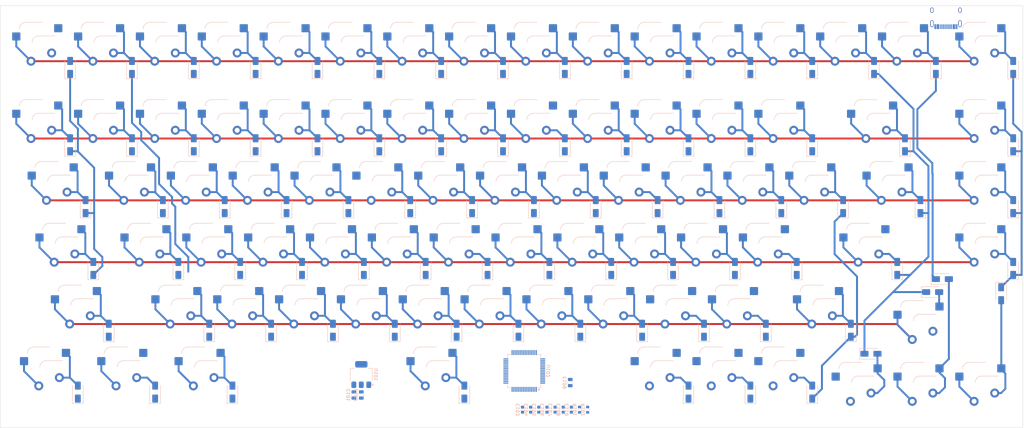
<source format=kicad_pcb>
(kicad_pcb (version 20240108) (generator "pcbnew") (generator_version "8.0")
  (title_block (title "x83") (date "2024-04-29") (rev "1") (company "Scott CJX"))
  (layers (0 "F.Cu" signal) (31 "B.Cu" signal) (34 "B.Paste" user) (35 "F.Paste" user) (36 "B.SilkS" user "B.Silkscreen") (37 "F.SilkS" user "F.Silkscreen") (38 "B.Mask" user) (39 "F.Mask" user) (44 "Edge.Cuts" user))
  (net 0 "")
  (net 1 "Net-(D201-A)")
  (net 2 "Net-(D202-A)")
  (net 3 "Net-(D203-A)")
  (net 4 "Net-(D204-A)")
  (net 5 "Net-(D205-A)")
  (net 6 "Net-(D206-A)")
  (net 7 "Net-(D207-A)")
  (net 8 "Net-(D208-A)")
  (net 9 "Net-(D209-A)")
  (net 10 "Net-(D210-A)")
  (net 11 "Net-(D211-A)")
  (net 12 "Net-(D212-A)")
  (net 13 "Net-(D213-A)")
  (net 14 "Net-(D214-A)")
  (net 15 "Net-(D215-A)")
  (net 16 "Net-(D216-A)")
  (net 17 "Net-(D217-A)")
  (net 18 "Net-(D218-A)")
  (net 19 "Net-(D219-A)")
  (net 20 "Net-(D220-A)")
  (net 21 "Net-(D221-A)")
  (net 22 "Net-(D222-A)")
  (net 23 "Net-(D223-A)")
  (net 24 "Net-(D224-A)")
  (net 25 "Net-(D225-A)")
  (net 26 "Net-(D226-A)")
  (net 27 "Net-(D227-A)")
  (net 28 "Net-(D228-A)")
  (net 29 "Net-(D229-A)")
  (net 30 "Net-(D230-A)")
  (net 31 "Net-(D231-A)")
  (net 32 "Net-(D232-A)")
  (net 33 "Net-(D233-A)")
  (net 34 "Net-(D234-A)")
  (net 35 "Net-(D235-A)")
  (net 36 "Net-(D236-A)")
  (net 37 "Net-(D237-A)")
  (net 38 "Net-(D238-A)")
  (net 39 "Net-(D239-A)")
  (net 40 "Net-(D240-A)")
  (net 41 "Net-(D241-A)")
  (net 42 "Net-(D242-A)")
  (net 43 "Net-(D243-A)")
  (net 44 "Net-(D244-A)")
  (net 45 "Net-(D245-A)")
  (net 46 "Net-(D246-A)")
  (net 47 "Net-(D247-A)")
  (net 48 "Net-(D248-A)")
  (net 49 "Net-(D249-A)")
  (net 50 "Net-(D250-A)")
  (net 51 "Net-(D251-A)")
  (net 52 "Net-(D252-A)")
  (net 53 "Net-(D253-A)")
  (net 54 "Net-(D254-A)")
  (net 55 "Net-(D255-A)")
  (net 56 "Net-(D256-A)")
  (net 57 "Net-(D257-A)")
  (net 58 "Net-(D258-A)")
  (net 59 "Net-(D259-A)")
  (net 60 "Net-(D260-A)")
  (net 61 "Net-(D261-A)")
  (net 62 "Net-(D262-A)")
  (net 63 "Net-(D263-A)")
  (net 64 "Net-(D264-A)")
  (net 65 "Net-(D265-A)")
  (net 66 "Net-(D266-A)")
  (net 67 "Net-(D267-A)")
  (net 68 "Net-(D268-A)")
  (net 69 "Net-(D269-A)")
  (net 70 "Net-(D270-A)")
  (net 71 "Net-(D271-A)")
  (net 72 "Net-(D272-A)")
  (net 73 "Net-(D273-A)")
  (net 74 "Net-(D274-A)")
  (net 75 "Net-(D275-A)")
  (net 76 "Net-(D276-A)")
  (net 77 "Net-(D277-A)")
  (net 78 "Net-(D278-A)")
  (net 79 "Net-(D279-A)")
  (net 80 "Net-(D280-A)")
  (net 81 "Net-(D281-A)")
  (net 82 "Net-(D282-A)")
  (net 83 "Net-(D283-A)")
  (net 84 "/C0")
  (net 85 "/R3")
  (net 86 "/R5")
  (net 87 "/C3")
  (net 88 "/C11")
  (net 89 "/C15")
  (net 90 "/C8")
  (net 91 "/C4")
  (net 92 "/C12")
  (net 93 "/R4")
  (net 94 "/R1")
  (net 95 "/C10")
  (net 96 "/C1")
  (net 97 "/C2")
  (net 98 "/R2")
  (net 99 "/C6")
  (net 100 "/C7")
  (net 101 "/C14")
  (net 102 "/C5")
  (net 103 "/R0")
  (net 104 "/C9")
  (net 105 "/C13")
  (net 106 "GND")
  (net 107 "VCC")
  (net 108 "+3V3")
  (net 109 "/~{NRST}")
  (net 110 "/BOOT0")
  (net 114 "/E3-B")
  (net 115 "/E2-B")
  (net 118 "/SWCLK")
  (net 123 "/E3-A")
  (net 128 "/E1-B")
  (net 132 "/E2-A")
  (net 134 "/E1-A")
  (net 136 "/USB_D+")
  (net 137 "/SWDIO")
  (net 138 "/USB_D-")
  (footprint "x83-kb-lib:SW_OPT_MX" (layer "F.Cu") (at 156.0625 117.9625)
    (property "Reference" "SW266" (hide yes))
    (property "Value" "~")
  )
  (footprint "x83-kb-lib:SW_OPT_MX" (layer "F.Cu") (at 113.2 60.8125)
    (property "Reference" "SW221" (hide yes))
    (property "Value" "~")
  )
  (footprint "x83-kb-lib:SW_OPT_MX" (layer "F.Cu") (at 56.05 37)
    (property "Reference" "SW202" (hide yes))
    (property "Value" "~")
  )
  (footprint "x83-kb-lib:SW_OPT_MX" (layer "F.Cu") (at 151.3 37)
    (property "Reference" "SW207" (hide yes))
    (property "Value" "~")
  )
  (footprint "x83-kb-lib:SW_OPT_MX" (layer "F.Cu") (at 303.7 37)
    (property "Reference" "SW215" (hide yes))
    (property "Value" "~")
  )
  (footprint "x83-kb-lib:SW_OPT_MX" (layer "F.Cu") (at 179.875 79.8625)
    (property "Reference" "SW239" (hide yes))
    (property "Value" "~")
  )
  (footprint "x83-kb-lib:SW_OPT_MX" (layer "F.Cu") (at 298.9375 79.8625)
    (property "Reference" "SW245" (hide yes))
    (property "Value" "~")
  )
  (footprint "x83-kb-lib:SW_OPT_MX" (layer "F.Cu") (at 222.7375 98.9125)
    (property "Reference" "SW256" (hide yes))
    (property "Value" "~")
  )
  (footprint "x83-kb-lib:SW_OPT_MX" (layer "F.Cu") (at 48.90625 117.9625)
    (property "Reference" "SW261" (hide yes))
    (property "Value" "~")
  )
  (footprint "x83-kb-lib:SW_OPT_MX" (layer "F.Cu") (at 122.725 79.8625)
    (property "Reference" "SW236" (hide yes))
    (property "Value" "~")
  )
  (footprint "x83-kb-lib:SW_OPT_MX" (layer "F.Cu") (at 308.4625 141.775)
    (property "Reference" "SW282" (hide yes))
    (property "Value" "~")
  )
  (footprint "x83-kb-lib:SW_OPT_MX" (layer "F.Cu") (at 151.3 60.8125)
    (property "Reference" "SW223" (hide yes))
    (property "Value" "~")
  )
  (footprint "x83-kb-lib:SW_OPT_MX" (layer "F.Cu") (at 277.50625 117.9625)
    (property "Reference" "SW272" (hide yes))
    (property "Value" "~")
  )
  (footprint "x83-kb-lib:SW_OPT_MX" (layer "F.Cu") (at 75.1 60.8125)
    (property "Reference" "SW219" (hide yes))
    (property "Value" "~")
  )
  (footprint "x83-kb-lib:SW_OPT_MX" (layer "F.Cu") (at 108.4375 98.9125)
    (property "Reference" "SW250" (hide yes))
    (property "Value" "~")
  )
  (footprint "x83-kb-lib:SW_OPT_MX" (layer "F.Cu") (at 37 37)
    (property "Reference" "SW201" (hide yes))
    (property "Value" "~")
  )
  (footprint "x83-kb-lib:SW_OPT_MX" (layer "F.Cu") (at 260.8375 98.9125)
    (property "Reference" "SW258" (hide yes))
    (property "Value" "~")
  )
  (footprint "x83-kb-lib:SW_OPT_MX" (layer "F.Cu") (at 237.025 79.8625)
    (property "Reference" "SW242" (hide yes))
    (property "Value" "~")
  )
  (footprint "x83-kb-lib:SW_OPT_MX" (layer "F.Cu") (at 137.0125 117.9625)
    (property "Reference" "SW265" (hide yes))
    (property "Value" "~")
  )
  (footprint "x83-kb-lib:SW_OPT_MX" (layer "F.Cu") (at 175.1125 117.9625)
    (property "Reference" "SW267" (hide yes))
    (property "Value" "~")
  )
  (footprint "x83-kb-lib:SW_OPT_MX" (layer "F.Cu") (at 160.825 79.8625)
    (property "Reference" "SW238" (hide yes))
    (property "Value" "~")
  )
  (footprint "x83-kb-lib:SW_OPT_MX" (layer "F.Cu") (at 217.975 79.8625)
    (property "Reference" "SW241" (hide yes))
    (property "Value" "~")
  )
  (footprint "x83-kb-lib:SW_OPT_MX" (layer "F.Cu") (at 87.00625 137.0125)
    (property "Reference" "SW276" (hide yes))
    (property "Value" "~")
  )
  (footprint "x83-kb-lib:SW_OPT_MX" (layer "F.Cu") (at 208.45 37)
    (property "Reference" "SW210" (hide yes))
    (property "Value" "~")
  )
  (footprint "x83-kb-lib:SW_OPT_MX" (layer "F.Cu") (at 241.7875 98.9125)
    (property "Reference" "SW257" (hide yes))
    (property "Value" "~")
  )
  (footprint "x83-kb-lib:SW_OPT_MX" (layer "F.Cu") (at 84.625 79.8625)
    (property "Reference" "SW234" (hide yes))
    (property "Value" "~")
  )
  (footprint "x83-kb-lib:SW_OPT_MX" (layer "F.Cu") (at 291.79375 98.9125)
    (property "Reference" "SW259" (hide yes))
    (property "Value" "~")
  )
  (footprint "x83-kb-lib:SW_OPT_MX" (layer "F.Cu") (at 265.6 37)
    (property "Reference" "SW213" (hide yes))
    (property "Value" "~")
  )
  (footprint "x83-kb-lib:SW_OPT_MX" (layer "F.Cu") (at 208.45 60.8125)
    (property "Reference" "SW226" (hide yes))
    (property "Value" "~")
  )
  (footprint "x83-kb-lib:SW_OPT_MX" (layer "F.Cu") (at 103.675 79.8625)
    (property "Reference" "SW235" (hide yes))
    (property "Value" "~")
  )
  (footprint "x83-kb-lib:SW_OPT_MX" (layer "F.Cu") (at 170.35 37)
    (property "Reference" "SW208" (hide yes))
    (property "Value" "~")
  )
  (footprint "x83-kb-lib:SW_OPT_MX" (layer "F.Cu") (at 213.2125 117.9625)
    (property "Reference" "SW269" (hide yes))
    (property "Value" "~")
  )
  (footprint "x83-kb-lib:SW_OPT_MX" (layer "F.Cu") (at 251.3125 117.9625)
    (property "Reference" "SW271" (hide yes))
    (property "Value" "~")
  )
  (footprint "x83-kb-lib:SW_OPT_MX" (layer "F.Cu") (at 117.9625 117.9625)
    (property "Reference" "SW264" (hide yes))
    (property "Value" "~")
  )
  (footprint "x83-kb-lib:SW_OPT_MX" (layer "F.Cu") (at 37 60.8125)
    (property "Reference" "SW217" (hide yes))
    (property "Value" "~")
  )
  (footprint "x83-kb-lib:SW_OPT_MX" (layer "F.Cu") (at 327.5125 141.775)
    (property "Reference" "SW283" (hide yes))
    (property "Value" "~")
  )
  (footprint "x83-kb-lib:SW_OPT_MX" (layer "F.Cu") (at 113.2 37)
    (property "Reference" "SW205" (hide yes))
    (property "Value" "~")
  )
  (footprint "x83-kb-lib:SW_OPT_MX" (layer "F.Cu") (at 132.25 60.8125)
    (property "Reference" "SW222" (hide yes))
    (property "Value" "~")
  )
  (footprint "x83-kb-lib:SW_OPT_MX" (layer "F.Cu") (at 327.5125 79.8625)
    (property "Reference" "SW246" (hide yes))
    (property "Value" "~")
  )
  (footprint "x83-kb-lib:SW_OPT_MX" (layer "F.Cu") (at 141.775 79.8625)
    (property "Reference" "SW237" (hide yes))
    (property "Value" "~")
  )
  (footprint "x83-kb-lib:SW_OPT_MX" (layer "F.Cu") (at 189.4 37)
    (property "Reference" "SW209" (hide yes))
    (property "Value" "~")
  )
  (footprint "x83-kb-lib:SW_OPT_MX" (layer "F.Cu") (at 284.65 37)
    (property "Reference" "SW214" (hide yes))
    (property "Value" "~")
  )
  (footprint "x83-kb-lib:SW_OPT_MX" (layer "F.Cu") (at 39.38125 137.0125)
    (property "Reference" "SW274" (hide yes))
    (property "Value" "~")
  )
  (footprint "x83-kb-lib:SW_OPT_MX" (layer "F.Cu") (at 246.55 37)
    (property "Reference" "SW212" (hide yes))
    (property "Value" "~")
  )
  (footprint "x83-kb-lib:SW_OPT_MX" (layer "F.Cu") (at 132.25 37)
    (property "Reference" "SW206" (hide yes))
    (property "Value" "~")
  )
  (footprint "x83-kb-lib:SW_OPT_MX" (layer "F.Cu") (at 170.35 60.8125)
    (property "Reference" "SW224" (hide yes))
    (property "Value" "~")
  )
  (footprint "x83-kb-lib:SW_OPT_MX" (layer "F.Cu") (at 289.4125 141.775)
    (property "Reference" "SW281" (hide yes))
    (property "Value" "~")
  )
  (footprint "x83-kb-lib:SW_OPT_MX" (layer "F.Cu") (at 327.5125 98.9125)
    (property "Reference" "SW260" (hide yes))
    (property "Value" "~")
  )
  (footprint "x83-kb-lib:SW_OPT_MX" (layer "F.Cu") (at 146.5375 98.9125)
    (property "Reference" "SW252" (hide yes))
    (property "Value" "~")
  )
  (footprint "x83-kb-lib:SW_OPT_MX" (layer "F.Cu") (at 94.15 60.8125)
    (property "Reference" "SW220" (hide yes))
    (property "Value" "~")
  )
  (footprint "x83-kb-lib:SW_OPT_MX" (layer "F.Cu") (at 98.9125 117.9625)
    (property "Reference" "SW263" (hide yes))
    (property "Value" "~")
  )
  (footprint "x83-kb-lib:SW_OPT_MX" (layer "F.Cu") (at 158.44375 137.0125)
    (property "Reference" "SW277" (hide yes))
    (property "Value" "~")
  )
  (footprint "x83-kb-lib:SW_OPT_MX" (layer "F.Cu") (at 189.4 60.8125)
    (property "Reference" "SW225" (hide yes))
    (property "Value" "~")
  )
  (footprint "x83-kb-lib:SW_OPT_MX" (layer "F.Cu") (at 232.2625 117.9625)
    (property "Reference" "SW270" (hide yes))
    (property "Value" "~")
  )
  (footprint "x83-kb-lib:SW_OPT_MX" (layer "F.Cu") (at 265.6 60.8125)
    (property "Reference" "SW229" (hide yes))
    (property "Value" "~")
  )
  (footprint "x83-kb-lib:SW_OPT_MX" (layer "F.Cu") (at 256.075 79.8625)
    (property "Reference" "SW243" (hide yes))
    (property "Value" "~")
  )
  (footprint "x83-kb-lib:SW_OPT_MX" (layer "F.Cu") (at 265.6 137.0125)
    (property "Reference" "SW280" (hide yes))
    (property "Value" "~")
  )
  (footprint "x83-kb-lib:SW_OPT_MX" (layer "F.Cu") (at 198.925 79.8625)
    (property "Reference" "SW240" (hide yes))
    (property "Value" "~")
  )
  (footprint "x83-kb-lib:SW_OPT_MX" (layer "F.Cu") (at 246.55 137.0125)
    (property "Reference" "SW279" (hide yes))
    (property "Value" "~")
  )
  (footprint "x83-kb-lib:SW_OPT_MX" (layer "F.Cu") (at 94.15 37)
    (property "Reference" "SW204" (hide yes))
    (property "Value" "~")
  )
  (footprint "x83-kb-lib:SW_OPT_MX" (layer "F.Cu") (at 79.8625 117.9625)
    (property "Reference" "SW262" (hide yes))
    (property "Value" "~")
  )
  (footprint "x83-kb-lib:SW_OPT_MX" (layer "F.Cu") (at 327.5125 60.8125)
    (property "Reference" "SW231" (hide yes))
    (property "Value" "~")
  )
  (footprint "x83-kb-lib:SW_OPT_MX" (layer "F.Cu") (at 127.4875 98.9125)
    (property "Reference" "SW251" (hide yes))
    (property "Value" "~")
  )
  (footprint "x83-kb-lib:SW_OPT_MX" (layer "F.Cu") (at 227.5 37)
    (property "Reference" "SW211" (hide yes))
    (property "Value" "~")
  )
  (footprint "x83-kb-lib:SW_OPT_MX" (layer "F.Cu") (at 327.5125 37)
    (property "Reference" "SW216" (hide yes))
    (property "Value" "~")
  )
  (footprint "x83-kb-lib:SW_OPT_MX" (layer "F.Cu") (at 184.6375 98.9125)
    (property "Reference" "SW254" (hide yes))
    (property "Value" "~")
  )
  (footprint "x83-kb-lib:SW_OPT_MX" (layer "F.Cu") (at 227.5 137.0125)
    (property "Reference" "SW278" (hide yes))
    (property "Value" "~")
  )
  (footprint "x83-kb-lib:SW_OPT_MX" (layer "F.Cu") (at 308.4625 122.725)
    (property "Reference" "SW273" (hide yes))
    (property "Value" "~")
  )
  (footprint "x83-kb-lib:SW_OPT_MX" (layer "F.Cu") (at 56.05 60.8125)
    (property "Reference" "SW218" (hide yes))
    (property "Value" "~")
  )
  (footprint "x83-kb-lib:SW_OPT_MX" (layer "F.Cu") (at 294.175 60.8125)
    (property "Reference" "SW230" (hide yes))
    (property "Value" "~")
  )
  (footprint "x83-kb-lib:SW_OPT_MX" (layer "F.Cu") (at 227.5 60.8125)
    (property "Reference" "SW227" (hide yes))
    (property "Value" "~")
  )
  (footprint "x83-kb-lib:SW_OPT_MX" (layer "F.Cu") (at 275.125 79.8625)
    (property "Reference" "SW244" (hide yes))
    (property "Value" "~")
  )
  (footprint "x83-kb-lib:SW_OPT_MX" (layer "F.Cu") (at 63.19375 137.0125)
    (property "Reference" "SW275" (hide yes))
    (property "Value" "~")
  )
  (footprint "x83-kb-lib:SW_OPT_MX" (layer "F.Cu") (at 203.6875 98.9125)
    (property "Reference" "SW255" (hide yes))
    (property "Value" "~")
  )
  (footprint "x83-kb-lib:SW_OPT_MX" (layer "F.Cu") (at 70.3375 98.9125)
    (property "Reference" "SW248" (hide yes))
    (property "Value" "~")
  )
  (footprint "x83-kb-lib:SW_OPT_MX" (layer "F.Cu") (at 246.55 60.8125)
    (property "Reference" "SW228" (hide yes))
    (property "Value" "~")
  )
  (footprint "x83-kb-lib:SW_OPT_MX" (layer "F.Cu") (at 75.1 37)
    (property "Reference" "SW203" (hide yes))
    (property "Value" "~")
  )
  (footprint "x83-kb-lib:SW_OPT_MX" (layer "F.Cu") (at 65.575 79.8625)
    (property "Reference" "SW233" (hide yes))
    (property "Value" "~")
  )
  (footprint "x83-kb-lib:SW_OPT_MX" (layer "F.Cu") (at 194.1625 117.9625)
    (property "Reference" "SW268" (hide yes))
    (property "Value" "~")
  )
  (footprint "x83-kb-lib:SW_OPT_MX" (layer "F.Cu") (at 41.7625 79.8625)
    (property "Reference" "SW232" (hide yes))
    (property "Value" "~")
  )
  (footprint "x83-kb-lib:SW_OPT_MX" (layer "F.Cu") (at 165.5875 98.9125)
    (property "Reference" "SW253" (hide yes))
    (property "Value" "~")
  )
  (footprint "x83-kb-lib:SW_OPT_MX" (layer "F.Cu") (at 89.3875 98.9125)
    (property "Reference" "SW249" (hide yes))
    (property "Value" "~")
  )
  (footprint "x83-kb-lib:SW_OPT_MX" (layer "F.Cu") (at 44.14375 98.9125)
    (property "Reference" "SW247" (hide yes))
    (property "Value" "~")
  )
  (footprint "Diode_SMD:D_SMA" (layer "B.Cu") (at 256.05 67.8125 90)
    (property "Reference" "D228" (hide yes))
    (property "Value" "D")
  )
  (footprint "Capacitor_SMD:C_0603_1608Metric" (layer "B.Cu") (at 188.35 149.425 -90)
    (property "Reference" "C104")
    (property "Value" "100n")
  )
  (footprint "Diode_SMD:D_SMA" (layer "B.Cu") (at 46.5 44 90)
    (property "Reference" "D201" (hide yes))
    (property "Value" "D")
  )
  (footprint "Diode_SMD:D_SMA" (layer "B.Cu") (at 275.1 67.8125 90)
    (property "Reference" "D229" (hide yes))
    (property "Value" "D")
  )
  (footprint "Diode_SMD:D_SMA" (layer "B.Cu") (at 89.3625 124.9625 90)
    (property "Reference" "D262" (hide yes))
    (property "Value" "D")
  )
  (footprint "Diode_SMD:D_SMA" (layer "B.Cu") (at 151.275 86.8625 90)
    (property "Reference" "D237" (hide yes))
    (property "Value" "D")
  )
  (footprint "Capacitor_SMD:C_0603_1608Metric" (layer "B.Cu") (at 185.84 149.425 -90)
    (property "Reference" "C103")
    (property "Value" "100n")
  )
  (footprint "Diode_SMD:D_SMA" (layer "B.Cu") (at 160.8 44 90)
    (property "Reference" "D207" (hide yes))
    (property "Value" "D")
  )
  (footprint "Diode_SMD:D_SMA" (layer "B.Cu") (at 94.125 86.8625 90)
    (property "Reference" "D234" (hide yes))
    (property "Value" "D")
  )
  (footprint "Diode_SMD:D_SMA" (layer "B.Cu") (at 113.175 86.8625 90)
    (property "Reference" "D235" (hide yes))
    (property "Value" "D")
  )
  (footprint "Resistor_SMD:R_0603_1608Metric" (layer "B.Cu") (at 203.41 149.425 -90)
    (property "Reference" "R101")
    (property "Value" "10K")
  )
  (footprint "Diode_SMD:D_SMA" (layer "B.Cu") (at 337.0125 44 90)
    (property "Reference" "D216" (hide yes))
    (property "Value" "D")
  )
  (footprint "Capacitor_SMD:C_0603_1608Metric" (layer "B.Cu") (at 195.88 149.425 -90)
    (property "Reference" "C107")
    (property "Value" "100n")
  )
  (footprint "Diode_SMD:D_SMA" (layer "B.Cu") (at 53.64375 105.9125 90)
    (property "Reference" "D247" (hide yes))
    (property "Value" "D")
  )
  (footprint "Capacitor_SMD:C_0603_1608Metric" (layer "B.Cu") (at 190.86 149.425 -90)
    (property "Reference" "C105")
    (property "Value" "100n")
  )
  (footprint "Diode_SMD:D_SMA" (layer "B.Cu") (at 179.85 44 90)
    (property "Reference" "D208" (hide yes))
    (property "Value" "D")
  )
  (footprint "Diode_SMD:D_SMA" (layer "B.Cu") (at 217.95 44 90)
    (property "Reference" "D210" (hide yes))
    (property "Value" "D")
  )
  (footprint "Diode_SMD:D_SMA" (layer "B.Cu") (at 333.3 113.7 -90)
    (property "Reference" "D283" (hide yes))
    (property "Value" "D")
  )
  (footprint "Diode_SMD:D_SMA" (layer "B.Cu") (at 194.1375 105.9125 90)
    (property "Reference" "D254" (hide yes))
    (property "Value" "D")
  )
  (footprint "Diode_SMD:D_SMA" (layer "B.Cu") (at 227.475 86.8625 90)
    (property "Reference" "D241" (hide yes))
    (property "Value" "D")
  )
  (footprint "Diode_SMD:D_SMA" (layer "B.Cu") (at 165.5625 124.9625 90)
    (property "Reference" "D266" (hide yes))
    (property "Value" "D")
  )
  (footprint "Diode_SMD:D_SMA" (layer "B.Cu") (at 146.5125 124.9625 90)
    (property "Reference" "D265" (hide yes))
    (property "Value" "D")
  )
  (footprint "Diode_SMD:D_SMA" (layer "B.Cu") (at 208.425 86.8625 90)
    (property "Reference" "D240" (hide yes))
    (property "Value" "D")
  )
  (footprint "Diode_SMD:D_SMA" (layer "B.Cu") (at 48.88125 144.0125 90)
    (property "Reference" "D274" (hide yes))
    (property "Value" "D")
  )
  (footprint "Diode_SMD:D_SMA" (layer "B.Cu") (at 51.2625 86.8625 90)
    (property "Reference" "D232" (hide yes))
    (property "Value" "D")
  )
  (footprint "Diode_SMD:D_SMA" (layer "B.Cu") (at 170.325 86.8625 90)
    (property "Reference" "D238" (hide yes))
    (property "Value" "D")
  )
  (footprint "Capacitor_SMD:C_0805_2012Metric" (layer "B.Cu") (at 136.2 144.9 -90)
    (property "Reference" "C102")
    (property "Value" "2u2")
  )
  (footprint "Diode_SMD:D_SMA" (layer "B.Cu") (at 167.94375 144.0125 90)
    (property "Reference" "D277" (hide yes))
    (property "Value" "D")
  )
  (footprint "Diode_SMD:D_SMA" (layer "B.Cu") (at 160.8 67.8125 90)
    (property "Reference" "D223" (hide yes))
    (property "Value" "D")
  )
  (footprint "Diode_SMD:D_SMA" (layer "B.Cu") (at 222.7125 124.9625 90)
    (property "Reference" "D269" (hide yes))
    (property "Value" "D")
  )
  (footprint "Diode_SMD:D_SMA" (layer "B.Cu") (at 84.6 44 90)
    (property "Reference" "D203" (hide yes))
    (property "Value" "D")
  )
  (footprint "Diode_SMD:D_SMA" (layer "B.Cu") (at 156.0375 105.9125 90)
    (property "Reference" "D252" (hide yes))
    (property "Value" "D")
  )
  (footprint "Diode_SMD:D_SMA" (layer "B.Cu") (at 179.85 67.8125 90)
    (property "Reference" "D224" (hide yes))
    (property "Value" "D")
  )
  (footprint "Diode_SMD:D_SMA" (layer "B.Cu") (at 203.6625 124.9625 90)
    (property "Reference" "D268" (hide yes))
    (property "Value" "D")
  )
  (footprint "Diode_SMD:D_SMA" (layer "B.Cu") (at 337.0125 67.8125 90)
    (property "Reference" "D231" (hide yes))
    (property "Value" "D")
  )
  (footprint "NVF-Kicad:USBC_HRO_TYPE-C-31-M-12" (layer "B.Cu") (at 316.3 27.4)
    (property "Reference" "REF**" (hide yes))
    (property "Value" "USBC_Receptacle_HRO_TYPE-C-31-M-12" (hide yes))
  )
  (footprint "Diode_SMD:D_SMA" (layer "B.Cu") (at 275.1 44 90)
    (property "Reference" "D213" (hide yes))
    (property "Value" "D")
  )
  (footprint "Diode_SMD:D_SMA" (layer "B.Cu") (at 294.15 44 90)
    (property "Reference" "D214" (hide yes))
    (property "Value" "D")
  )
  (footprint "Capacitor_SMD:C_0805_2012Metric" (layer "B.Cu") (at 200.56 141.075 -90)
    (property "Reference" "C109")
    (property "Value" "2u2")
  )
  (footprint "Diode_SMD:D_SMA" (layer "B.Cu") (at 217.95 67.8125 90)
    (property "Reference" "D226" (hide yes))
    (property "Value" "D")
  )
  (footprint "Diode_SMD:D_SMA" (layer "B.Cu") (at 260.8125 124.9625 90)
    (property "Reference" "D271" (hide yes))
    (property "Value" "D")
  )
  (footprint "Diode_SMD:D_SMA" (layer "B.Cu") (at 98.8875 105.9125 90)
    (property "Reference" "D249" (hide yes))
    (property "Value" "D")
  )
  (footprint "Diode_SMD:D_SMA" (layer "B.Cu") (at 256.05 144.0125 90)
    (property "Reference" "D279" (hide yes))
    (property "Value" "D")
  )
  (footprint "Diode_SMD:D_SMA" (layer "B.Cu") (at 213.1875 105.9125 90)
    (property "Reference" "D255" (hide yes))
    (property "Value" "D")
  )
  (footprint "Diode_SMD:D_SMA" (layer "B.Cu") (at 270.3375 105.9125 90)
    (property "Reference" "D258" (hide yes))
    (property "Value" "D")
  )
  (footprint "Diode_SMD:D_SMA" (layer "B.Cu") (at 312.2 113.2)
    (property "Reference" "D273" (hide yes))
    (property "Value" "D")
  )
  (footprint "Diode_SMD:D_SMA" (layer "B.Cu") (at 284.625 86.8625 90)
    (property "Reference" "D244" (hide yes))
    (property "Value" "D")
  )
  (footprint "Diode_SMD:D_SMA" (layer "B.Cu") (at 251.2875 105.9125 90)
    (property "Reference" "D257" (hide yes))
    (property "Value" "D")
  )
  (footprint "Resistor_SMD:R_0603_1608Metric" (layer "B.Cu") (at 205.92 149.425 -90)
    (property "Reference" "R102")
    (property "Value" "10K")
  )
  (footprint "Diode_SMD:D_SMA" (layer "B.Cu") (at 136.9875 105.9125 90)
    (property "Reference" "D251" (hide yes))
    (property "Value" "D")
  )
  (footprint "Capacitor_SMD:C_0805_2012Metric" (layer "B.Cu") (at 133.9 144.9 -90)
    (property "Reference" "C101")
    (property "Value" "2u2")
  )
  (footprint "Diode_SMD:D_SMA" (layer "B.Cu") (at 237 67.8125 90)
    (property "Reference" "D227" (hide yes))
    (property "Value" "D")
  )
  (footprint "Diode_SMD:D_SMA" (layer "B.Cu") (at 241.7625 124.9625 90)
    (property "Reference" "D270" (hide yes))
    (property "Value" "D")
  )
  (footprint "Diode_SMD:D_SMA" (layer "B.Cu") (at 46.5 67.8125 90)
    (property "Reference" "D217" (hide yes))
    (property "Value" "D")
  )
  (footprint "Diode_SMD:D_SMA" (layer "B.Cu") (at 293.2 132.2)
    (property "Reference" "D281" (hide yes))
    (property "Value" "D")
  )
  (footprint "Diode_SMD:D_SMA" (layer "B.Cu") (at 141.75 44 90)
    (property "Reference" "D206" (hide yes))
    (property "Value" "D")
  )
  (footprint "Capacitor_SMD:C_0603_1608Metric" (layer "B.Cu") (at 198.39 149.425 -90)
    (property "Reference" "C108")
    (property "Value" "100n")
  )
  (footprint "Diode_SMD:D_SMA" (layer "B.Cu") (at 79.8375 105.9125 90)
    (property "Reference" "D248" (hide yes))
    (property "Value" "D")
  )
  (footprint "Diode_SMD:D_SMA" (layer "B.Cu") (at 237 44 90)
    (property "Reference" "D211" (hide yes))
    (property "Value" "D")
  )
  (footprint "Diode_SMD:D_SMA" (layer "B.Cu") (at 198.9 67.8125 90)
    (property "Reference" "D225" (hide yes))
    (property "Value" "D")
  )
  (footprint "Diode_SMD:D_SMA" (layer "B.Cu") (at 141.75 67.8125 90)
    (property "Reference" "D222" (hide yes))
    (property "Value" "D")
  )
  (footprint "Diode_SMD:D_SMA" (layer "B.Cu") (at 303.675 67.8125 90)
    (property "Reference" "D230" (hide yes))
    (property "Value" "D")
  )
  (footprint "Diode_SMD:D_SMA" (layer "B.Cu") (at 175.0875 105.9125 90)
    (property "Reference" "D253" (hide yes))
    (property "Value" "D")
  )
  (footprint "Diode_SMD:D_SMA" (layer "B.Cu") (at 65.55 44 90)
    (property "Reference" "D202" (hide yes))
    (property "Value" "D")
  )
  (footprint "Capacitor_SMD:C_0603_1608Metric" (layer "B.Cu") (at 200.9 149.425 -90)
    (property "Reference" "C110")
    (property "Value" "100n")
  )
  (footprint "Diode_SMD:D_SMA" (layer "B.Cu") (at 84.6 67.8125 90)
    (property "Reference" "D219" (hide yes))
    (property "Value" "D")
  )
  (footprint "Diode_SMD:D_SMA" (layer "B.Cu") (at 337.0125 86.8625 90)
    (property "Reference" "D246" (hide yes))
    (property "Value" "D")
  )
  (footprint "Diode_SMD:D_SMA" (layer "B.Cu") (at 237 144.0125 90)
    (property "Reference" "D278" (hide yes))
    (property "Value" "D")
  )
  (footprint "Diode_SMD:D_SMA" (layer "B.Cu") (at 117.9375 105.9125 90)
    (property "Reference" "D250" (hide yes))
    (property "Value" "D")
  )
  (footprint "Package_TO_SOT_SMD:SOT-223-3_TabPin2" (layer "B.Cu") (at 136.2 138.6 90)
    (property "Reference" "U101")
    (property "Value" "AMS1117-3.3")
  )
  (footprint "Diode_SMD:D_SMA" (layer "B.Cu") (at 287.00625 124.9625 90)
    (property "Reference" "D272" (hide yes))
    (property "Value" "D")
  )
  (footprint "Diode_SMD:D_SMA" (layer "B.Cu") (at 127.4625 124.9625 90)
    (property "Reference" "D264" (hide yes))
    (property "Value" "D")
  )
  (footprint "Diode_SMD:D_SMA" (layer "B.Cu") (at 103.65 44 90)
    (property "Reference" "D204" (hide yes))
    (property "Value" "D")
  )
  (footprint "Diode_SMD:D_SMA" (layer "B.Cu") (at 198.9 44 90)
    (property "Reference" "D209" (hide yes))
    (property "Value" "D")
  )
  (footprint "Diode_SMD:D_SMA" (layer "B.Cu") (at 132.225 86.8625 90)
    (property "Reference" "D236" (hide yes))
    (property "Value" "D")
  )
  (footprint "Diode_SMD:D_SMA" (layer "B.Cu") (at 337.0125 105.9125 90)
    (property "Reference" "D260" (hide yes))
    (property "Value" "D")
  )
  (footprint "Diode_SMD:D_SMA" (layer "B.Cu") (at 96.50625 144.0125 90)
    (property "Reference" "D276" (hide yes))
    (property "Value" "D")
  )
  (footprint "Diode_SMD:D_SMA" (layer "B.Cu") (at 75.075 86.8625 90)
    (property "Reference" "D233" (hide yes))
    (property "Value" "D")
  )
  (footprint "Diode_SMD:D_SMA" (layer "B.Cu") (at 65.55 67.8125 90)
    (property "Reference" "D218" (hide yes))
    (property "Value" "D")
  )
  (footprint "Diode_SMD:D_SMA" (layer "B.Cu") (at 308.4375 86.8625 90)
    (property "Reference" "D245" (hide yes))
    (property "Value" "D")
  )
  (footprint "Diode_SMD:D_SMA" (layer "B.Cu") (at 58.40625 124.9625 90)
    (property "Reference" "D261" (hide yes))
    (property "Value" "D")
  )
  (footprint "Diode_SMD:D_SMA" (layer "B.Cu") (at 315.2 109.2)
    (property "Reference" "D282" (hide yes))
    (property "Value" "D")
  )
  (footprint "Diode_SMD:D_SMA" (layer "B.Cu") (at 103.65 67.8125 90)
    (property "Reference" "D220" (hide yes))
    (property "Value" "D")
  )
  (footprint "Diode_SMD:D_SMA" (layer "B.Cu") (at 184.6125 124.9625 90)
    (property "Reference" "D267" (hide yes))
    (property "Value" "D")
  )
  (footprint "Diode_SMD:D_SMA" (layer "B.Cu") (at 265.575 86.8625 90)
    (property "Reference" "D243" (hide yes))
    (property "Value" "D")
  )
  (footprint "Diode_SMD:D_SMA" (layer "B.Cu") (at 122.7 44 90)
    (property "Reference" "D205" (hide yes))
    (property "Value" "D")
  )
  (footprint "Diode_SMD:D_SMA" (layer "B.Cu") (at 246.525 86.8625 90)
    (property "Reference" "D242" (hide yes))
    (property "Value" "D")
  )
  (footprint "Diode_SMD:D_SMA" (layer "B.Cu") (at 108.4125 124.9625 90)
    (property "Reference" "D263" (hide yes))
    (property "Value" "D")
  )
  (footprint "Diode_SMD:D_SMA" (layer "B.Cu") (at 301.29375 105.9125 90)
    (property "Reference" "D259" (hide yes))
    (property "Value" "D")
  )
  (footprint "Diode_SMD:D_SMA" (layer "B.Cu") (at 189.375 86.8625 90)
    (property "Reference" "D239" (hide yes))
    (property "Value" "D")
  )
  (footprint "Diode_SMD:D_SMA" (layer "B.Cu") (at 275.1 144.0125 90)
    (property "Reference" "D280" (hide yes))
    (property "Value" "D")
  )
  (footprint "Diode_SMD:D_SMA" (layer "B.Cu") (at 256.05 44 90)
    (property "Reference" "D212" (hide yes))
    (property "Value" "D")
  )
  (footprint "Capacitor_SMD:C_0603_1608Metric" (layer "B.Cu") (at 193.37 149.425 -90)
    (property "Reference" "C106")
    (property "Value" "100n")
  )
  (footprint "Diode_SMD:D_SMA" (layer "B.Cu") (at 313.2 44 90)
    (property "Reference" "D215" (hide yes))
    (property "Value" "D")
  )
  (footprint "Diode_SMD:D_SMA" (layer "B.Cu") (at 232.2375 105.9125 90)
    (property "Reference" "D256" (hide yes))
    (property "Value" "D")
  )
  (footprint "Package_QFP:LQFP-64_10x10mm_P0.5mm" (layer "B.Cu") (at 186.4 137.5 90)
    (property "Reference" "U102")
    (property "Value" "STM32F072RBTx")
  )
  (footprint "Diode_SMD:D_SMA" (layer "B.Cu") (at 72.69375 144.0125 90)
    (property "Reference" "D275" (hide yes))
    (property "Value" "D")
  )
  (footprint "Diode_SMD:D_SMA" (layer "B.Cu") (at 122.7 67.8125 90)
    (property "Reference" "D221" (hide yes))
    (property "Value" "D")
  )
  (gr_rect (start 25 25) (end 340 155) (stroke (width 0.1)) (fill none) (layer "Edge.Cuts"))
  (segment (start 63.09 33.118) (end 63.09 39.54) (width 0.6) (layer "B.Cu") (net 2))
  (segment (start 59.86 39.54) (end 63.09 39.54) (width 0.6) (layer "B.Cu") (net 2))
  (segment (start 61.892 31.92) (end 63.09 33.118) (width 0.6) (layer "B.Cu") (net 2))
  (segment (start 63.09 39.54) (end 65.55 42) (width 0.6) (layer "B.Cu") (net 2))
  (segment (start 82.14 39.54) (end 84.6 42) (width 0.6) (layer "B.Cu") (net 3))
  (segment (start 82.14 33.118) (end 82.14 39.54) (width 0.6) (layer "B.Cu") (net 3))
  (segment (start 80.942 31.92) (end 82.14 33.118) (width 0.6) (layer "B.Cu") (net 3))
  (segment (start 78.91 39.54) (end 82.14 39.54) (width 0.6) (layer "B.Cu") (net 3))
  (segment (start 99.992 31.92) (end 101.19 33.118) (width 0.6) (layer "B.Cu") (net 4))
  (segment (start 101.19 39.54) (end 103.65 42) (width 0.6) (layer "B.Cu") (net 4))
  (segment (start 101.19 33.118) (end 101.19 39.54) (width 0.6) (layer "B.Cu") (net 4))
  (segment (start 97.96 39.54) (end 101.19 39.54) (width 0.6) (layer "B.Cu") (net 4))
  (segment (start 120.24 39.54) (end 122.7 42) (width 0.6) (layer "B.Cu") (net 5))
  (segment (start 120.24 33.118) (end 120.24 39.54) (width 0.6) (layer "B.Cu") (net 5))
  (segment (start 117.01 39.54) (end 120.24 39.54) (width 0.6) (layer "B.Cu") (net 5))
  (segment (start 119.042 31.92) (end 120.24 33.118) (width 0.6) (layer "B.Cu") (net 5))
  (segment (start 138.092 31.92) (end 139.29 33.118) (width 0.6) (layer "B.Cu") (net 6))
  (segment (start 139.29 39.54) (end 141.75 42) (width 0.6) (layer "B.Cu") (net 6))
  (segment (start 139.29 33.118) (end 139.29 39.54) (width 0.6) (layer "B.Cu") (net 6))
  (segment (start 136.06 39.54) (end 139.29 39.54) (width 0.6) (layer "B.Cu") (net 6))
  (segment (start 158.34 39.54) (end 160.8 42) (width 0.6) (layer "B.Cu") (net 7))
  (segment (start 157.142 31.92) (end 158.34 33.118) (width 0.6) (layer "B.Cu") (net 7))
  (segment (start 155.11 39.54) (end 158.34 39.54) (width 0.6) (layer "B.Cu") (net 7))
  (segment (start 158.34 33.118) (end 158.34 39.54) (width 0.6) (layer "B.Cu") (net 7))
  (segment (start 176.192 31.92) (end 177.39 33.118) (width 0.6) (layer "B.Cu") (net 8))
  (segment (start 177.39 39.54) (end 179.85 42) (width 0.6) (layer "B.Cu") (net 8))
  (segment (start 177.39 33.118) (end 177.39 39.54) (width 0.6) (layer "B.Cu") (net 8))
  (segment (start 174.16 39.54) (end 177.39 39.54) (width 0.6) (layer "B.Cu") (net 8))
  (segment (start 196.44 39.54) (end 198.9 42) (width 0.6) (layer "B.Cu") (net 9))
  (segment (start 193.21 39.54) (end 196.44 39.54) (width 0.6) (layer "B.Cu") (net 9))
  (segment (start 196.44 33.118) (end 196.44 39.54) (width 0.6) (layer "B.Cu") (net 9))
  (segment (start 195.242 31.92) (end 196.44 33.118) (width 0.6) (layer "B.Cu") (net 9))
  (segment (start 215.49 33.118) (end 215.49 39.54) (width 0.6) (layer "B.Cu") (net 10))
  (segment (start 215.49 39.54) (end 217.95 42) (width 0.6) (layer "B.Cu") (net 10))
  (segment (start 212.26 39.54) (end 215.49 39.54) (width 0.6) (layer "B.Cu") (net 10))
  (segment (start 214.292 31.92) (end 215.49 33.118) (width 0.6) (layer "B.Cu") (net 10))
  (segment (start 231.31 39.54) (end 234.54 39.54) (width 0.6) (layer "B.Cu") (net 11))
  (segment (start 234.54 39.54) (end 237 42) (width 0.6) (layer "B.Cu") (net 11))
  (segment (start 234.54 33.118) (end 234.54 39.54) (width 0.6) (layer "B.Cu") (net 11))
  (segment (start 233.342 31.92) (end 234.54 33.118) (width 0.6) (layer "B.Cu") (net 11))
  (segment (start 253.59 39.54) (end 256.05 42) (width 0.6) (layer "B.Cu") (net 12))
  (segment (start 252.392 31.92) (end 253.59 33.118) (width 0.6) (layer "B.Cu") (net 12))
  (segment (start 250.36 39.54) (end 253.59 39.54) (width 0.6) (layer "B.Cu") (net 12))
  (segment (start 253.59 33.118) (end 253.59 39.54) (width 0.6) (layer "B.Cu") (net 12))
  (segment (start 272.64 39.54) (end 275.1 42) (width 0.6) (layer "B.Cu") (net 13))
  (segment (start 271.442 31.92) (end 272.64 33.118) (width 0.6) (layer "B.Cu") (net 13))
  (segment (start 272.64 33.118) (end 272.64 39.54) (width 0.6) (layer "B.Cu") (net 13))
  (segment (start 269.41 39.54) (end 272.64 39.54) (width 0.6) (layer "B.Cu") (net 13))
  (segment (start 291.69 39.54) (end 294.15 42) (width 0.6) (layer "B.Cu") (net 14))
  (segment (start 291.69 33.118) (end 291.69 39.54) (width 0.6) (layer "B.Cu") (net 14))
  (segment (start 288.46 39.54) (end 291.69 39.54) (width 0.6) (layer "B.Cu") (net 14))
  (segment (start 290.492 31.92) (end 291.69 33.118) (width 0.6) (layer "B.Cu") (net 14))
  (segment (start 310.74 39.54) (end 313.2 42) (width 0.6) (layer "B.Cu") (net 15))
  (segment (start 307.51 39.54) (end 310.74 39.54) (width 0.6) (layer "B.Cu") (net 15))
  (segment (start 310.74 33.118) (end 310.74 39.54) (width 0.6) (layer "B.Cu") (net 15))
  (segment (start 309.542 31.92) (end 310.74 33.118) (width 0.6) (layer "B.Cu") (net 15))
  (segment (start 333.3545 31.92) (end 334.5525 33.118) (width 0.6) (layer "B.Cu") (net 16))
  (segment (start 334.5525 33.118) (end 334.5525 39.54) (width 0.6) (layer "B.Cu") (net 16))
  (segment (start 334.5525 39.54) (end 337.0125 42) (width 0.6) (layer "B.Cu") (net 16))
  (segment (start 331.3225 39.54) (end 334.5525 39.54) (width 0.6) (layer "B.Cu") (net 16))
  (segment (start 44.04 56.9305) (end 44.04 63.3525) (width 0.6) (layer "B.Cu") (net 17))
  (segment (start 40.81 63.3525) (end 44.04 63.3525) (width 0.6) (layer "B.Cu") (net 17))
  (segment (start 44.04 63.3525) (end 46.5 65.8125) (width 0.6) (layer "B.Cu") (net 17))
  (segment (start 42.842 55.7325) (end 44.04 56.9305) (width 0.6) (layer "B.Cu") (net 17))
  (segment (start 63.09 56.9305) (end 63.09 63.3525) (width 0.6) (layer "B.Cu") (net 18))
  (segment (start 59.86 63.3525) (end 63.09 63.3525) (width 0.6) (layer "B.Cu") (net 18))
  (segment (start 61.892 55.7325) (end 63.09 56.9305) (width 0.6) (layer "B.Cu") (net 18))
  (segment (start 63.09 63.3525) (end 65.55 65.8125) (width 0.6) (layer "B.Cu") (net 18))
  (segment (start 82.14 56.9305) (end 82.14 63.3525) (width 0.6) (layer "B.Cu") (net 19))
  (segment (start 82.14 63.3525) (end 84.6 65.8125) (width 0.6) (layer "B.Cu") (net 19))
  (segment (start 80.942 55.7325) (end 82.14 56.9305) (width 0.6) (layer "B.Cu") (net 19))
  (segment (start 78.91 63.3525) (end 82.14 63.3525) (width 0.6) (layer "B.Cu") (net 19))
  (segment (start 99.992 55.7325) (end 101.19 56.9305) (width 0.6) (layer "B.Cu") (net 20))
  (segment (start 97.96 63.3525) (end 101.19 63.3525) (width 0.6) (layer "B.Cu") (net 20))
  (segment (start 101.19 56.9305) (end 101.19 63.3525) (width 0.6) (layer "B.Cu") (net 20))
  (segment (start 101.19 63.3525) (end 103.65 65.8125) (width 0.6) (layer "B.Cu") (net 20))
  (segment (start 120.24 63.3525) (end 122.7 65.8125) (width 0.6) (layer "B.Cu") (net 21))
  (segment (start 117.01 63.3525) (end 120.24 63.3525) (width 0.6) (layer "B.Cu") (net 21))
  (segment (start 120.24 56.9305) (end 120.24 63.3525) (width 0.6) (layer "B.Cu") (net 21))
  (segment (start 119.042 55.7325) (end 120.24 56.9305) (width 0.6) (layer "B.Cu") (net 21))
  (segment (start 139.29 63.3525) (end 141.75 65.8125) (width 0.6) (layer "B.Cu") (net 22))
  (segment (start 138.092 55.7325) (end 139.29 56.9305) (width 0.6) (layer "B.Cu") (net 22))
  (segment (start 139.29 56.9305) (end 139.29 63.3525) (width 0.6) (layer "B.Cu") (net 22))
  (segment (start 136.06 63.3525) (end 139.29 63.3525) (width 0.6) (layer "B.Cu") (net 22))
  (segment (start 158.34 63.3525) (end 160.8 65.8125) (width 0.6) (layer "B.Cu") (net 23))
  (segment (start 157.142 55.7325) (end 158.34 56.9305) (width 0.6) (layer "B.Cu") (net 23))
  (segment (start 155.11 63.3525) (end 158.34 63.3525) (width 0.6) (layer "B.Cu") (net 23))
  (segment (start 158.34 56.9305) (end 158.34 63.3525) (width 0.6) (layer "B.Cu") (net 23))
  (segment (start 176.192 55.7325) (end 177.39 56.9305) (width 0.6) (layer "B.Cu") (net 24))
  (segment (start 177.39 63.3525) (end 179.85 65.8125) (width 0.6) (layer "B.Cu") (net 24))
  (segment (start 177.39 56.9305) (end 177.39 63.3525) (width 0.6) (layer "B.Cu") (net 24))
  (segment (start 174.16 63.3525) (end 177.39 63.3525) (width 0.6) (layer "B.Cu") (net 24))
  (segment (start 193.21 63.3525) (end 196.44 63.3525) (width 0.6) (layer "B.Cu") (net 25))
  (segment (start 196.44 63.3525) (end 198.9 65.8125) (width 0.6) (layer "B.Cu") (net 25))
  (segment (start 214.292 55.7325) (end 215.49 56.9305) (width 0.6) (layer "B.Cu") (net 26))
  (segment (start 215.49 63.3525) (end 217.95 65.8125) (width 0.6) (layer "B.Cu") (net 26))
  (segment (start 212.26 63.3525) (end 215.49 63.3525) (width 0.6) (layer "B.Cu") (net 26))
  (segment (start 215.49 56.9305) (end 215.49 63.3525) (width 0.6) (layer "B.Cu") (net 26))
  (segment (start 234.54 63.3525) (end 237 65.8125) (width 0.6) (layer "B.Cu") (net 27))
  (segment (start 233.342 55.7325) (end 234.54 56.9305) (width 0.6) (layer "B.Cu") (net 27))
  (segment (start 231.31 63.3525) (end 234.54 63.3525) (width 0.6) (layer "B.Cu") (net 27))
  (segment (start 234.54 56.9305) (end 234.54 63.3525) (width 0.6) (layer "B.Cu") (net 27))
  (segment (start 252.392 55.7325) (end 253.59 56.9305) (width 0.6) (layer "B.Cu") (net 28))
  (segment (start 253.59 63.3525) (end 256.05 65.8125) (width 0.6) (layer "B.Cu") (net 28))
  (segment (start 253.59 56.9305) (end 253.59 63.3525) (width 0.6) (layer "B.Cu") (net 28))
  (segment (start 250.36 63.3525) (end 253.59 63.3525) (width 0.6) (layer "B.Cu") (net 28))
  (segment (start 272.64 63.3525) (end 275.1 65.8125) (width 0.6) (layer "B.Cu") (net 29))
  (segment (start 269.41 63.3525) (end 272.64 63.3525) (width 0.6) (layer "B.Cu") (net 29))
  (segment (start 271.442 55.7325) (end 272.64 56.9305) (width 0.6) (layer "B.Cu") (net 29))
  (segment (start 272.64 56.9305) (end 272.64 63.3525) (width 0.6) (layer "B.Cu") (net 29))
  (segment (start 301.215 56.9305) (end 301.215 63.3525) (width 0.6) (layer "B.Cu") (net 30))
  (segment (start 297.985 63.3525) (end 301.215 63.3525) (width 0.6) (layer "B.Cu") (net 30))
  (segment (start 300.017 55.7325) (end 301.215 56.9305) (width 0.6) (layer "B.Cu") (net 30))
  (segment (start 301.215 63.3525) (end 303.675 65.8125) (width 0.6) (layer "B.Cu") (net 30))
  (segment (start 331.3225 63.3525) (end 334.5525 63.3525) (width 0.6) (layer "B.Cu") (net 31))
  (segment (start 334.5525 63.3525) (end 337.0125 65.8125) (width 0.6) (layer "B.Cu") (net 31))
  (segment (start 334.5525 56.9305) (end 334.5525 63.3525) (width 0.6) (layer "B.Cu") (net 31))
  (segment (start 333.3545 55.7325) (end 334.5525 56.9305) (width 0.6) (layer "B.Cu") (net 31))
  (segment (start 47.6045 74.7825) (end 48.8025 75.9805) (width 0.6) (layer "B.Cu") (net 32))
  (segment (start 45.5725 82.4025) (end 48.8025 82.4025) (width 0.6) (layer "B.Cu") (net 32))
  (segment (start 48.8025 75.9805) (end 48.8025 82.4025) (width 0.6) (layer "B.Cu") (net 32))
  (segment (start 48.8025 82.4025) (end 51.2625 84.8625) (width 0.6) (layer "B.Cu") (net 32))
  (segment (start 72.75625 76.12175) (end 72.75625 82.54375) (width 0.6) (layer "B.Cu") (net 33))
  (segment (start 72.615 82.4025) (end 72.75625 82.54375) (width 0.6) (layer "B.Cu") (net 33))
  (segment (start 72.75625 82.54375) (end 75.075 84.8625) (width 0.6) (layer "B.Cu") (net 33))
  (segment (start 69.385 82.4025) (end 72.615 82.4025) (width 0.6) (layer "B.Cu") (net 33))
  (segment (start 71.417 74.7825) (end 72.75625 76.12175) (width 0.6) (layer "B.Cu") (net 33))
  (segment (start 91.665 82.4025) (end 94.125 84.8625) (width 0.6) (layer "B.Cu") (net 34))
  (segment (start 91.665 75.9805) (end 91.665 82.4025) (width 0.6) (layer "B.Cu") (net 34))
  (segment (start 88.435 82.4025) (end 91.665 82.4025) (width 0.6) (layer "B.Cu") (net 34))
  (segment (start 90.467 74.7825) (end 91.665 75.9805) (width 0.6) (layer "B.Cu") (net 34))
  (segment (start 110.715 75.9805) (end 110.715 82.4025) (width 0.6) (layer "B.Cu") (net 35))
  (segment (start 107.485 82.4025) (end 110.715 82.4025) (width 0.6) (layer "B.Cu") (net 35))
  (segment (start 110.715 82.4025) (end 113.175 84.8625) (width 0.6) (layer "B.Cu") (net 35))
  (segment (start 109.517 74.7825) (end 110.715 75.9805) (width 0.6) (layer "B.Cu") (net 35))
  (segment (start 126.535 82.4025) (end 129.765 82.4025) (width 0.6) (layer "B.Cu") (net 36))
  (segment (start 129.765 75.9805) (end 129.765 82.4025) (width 0.6) (layer "B.Cu") (net 36))
  (segment (start 128.567 74.7825) (end 129.765 75.9805) (width 0.6) (layer "B.Cu") (net 36))
  (segment (start 129.765 82.4025) (end 132.225 84.8625) (width 0.6) (layer "B.Cu") (net 36))
  (segment (start 147.617 74.7825) (end 148.815 75.9805) (width 0.6) (layer "B.Cu") (net 37))
  (segment (start 148.815 82.4025) (end 151.275 84.8625) (width 0.6) (layer "B.Cu") (net 37))
  (segment (start 148.815 75.9805) (end 148.815 82.4025) (width 0.6) (layer "B.Cu") (net 37))
  (segment (start 145.585 82.4025) (end 148.815 82.4025) (width 0.6) (layer "B.Cu") (net 37))
  (segment (start 167.865 75.9805) (end 167.865 82.4025) (width 0.6) (layer "B.Cu") (net 38))
  (segment (start 164.635 82.4025) (end 167.865 82.4025) (width 0.6) (layer "B.Cu") (net 38))
  (segment (start 167.865 82.4025) (end 170.325 84.8625) (width 0.6) (layer "B.Cu") (net 38))
  (segment (start 166.667 74.7825) (end 167.865 75.9805) (width 0.6) (layer "B.Cu") (net 38))
  (segment (start 185.717 74.7825) (end 186.915 75.9805) (width 0.6) (layer "B.Cu") (net 39))
  (segment (start 186.915 75.9805) (end 186.915 82.4025) (width 0.6) (layer "B.Cu") (net 39))
  (segment (start 186.915 82.4025) (end 189.375 84.8625) (width 0.6) (layer "B.Cu") (net 39))
  (segment (start 183.685 82.4025) (end 186.915 82.4025) (width 0.6) (layer "B.Cu") (net 39))
  (segment (start 202.735 82.4025) (end 205.965 82.4025) (width 0.6) (layer "B.Cu") (net 40))
  (segment (start 205.965 75.9805) (end 205.965 82.4025) (width 0.6) (layer "B.Cu") (net 40))
  (segment (start 204.767 74.7825) (end 205.965 75.9805) (width 0.6) (layer "B.Cu") (net 40))
  (segment (start 205.965 82.4025) (end 208.425 84.8625) (width 0.6) (layer "B.Cu") (net 40))
  (segment (start 221.785 82.4025) (end 225.015 82.4025) (width 0.6) (layer "B.Cu") (net 41))
  (segment (start 225.015 82.4025) (end 227.475 84.8625) (width 0.6) (layer "B.Cu") (net 41))
  (segment (start 242.867 74.7825) (end 244.065 75.9805) (width 0.6) (layer "B.Cu") (net 42))
  (segment (start 244.065 75.9805) (end 244.065 82.4025) (width 0.6) (layer "B.Cu") (net 42))
  (segment (start 244.065 82.4025) (end 246.525 84.8625) (width 0.6) (layer "B.Cu") (net 42))
  (segment (start 240.835 82.4025) (end 244.065 82.4025) (width 0.6) (layer "B.Cu") (net 42))
  (segment (start 263.115 82.4025) (end 265.575 84.8625) (width 0.6) (layer "B.Cu") (net 43))
  (segment (start 263.115 75.9805) (end 263.115 82.4025) (width 0.6) (layer "B.Cu") (net 43))
  (segment (start 259.885 82.4025) (end 263.115 82.4025) (width 0.6) (layer "B.Cu") (net 43))
  (segment (start 261.917 74.7825) (end 263.115 75.9805) (width 0.6) (layer "B.Cu") (net 43))
  (segment (start 282.165 75.9805) (end 282.165 82.4025) (width 0.6) (layer "B.Cu") (net 44))
  (segment (start 280.967 74.7825) (end 282.165 75.9805) (width 0.6) (layer "B.Cu") (net 44))
  (segment (start 278.935 82.4025) (end 282.165 82.4025) (width 0.6) (layer "B.Cu") (net 44))
  (segment (start 282.165 82.4025) (end 284.625 84.8625) (width 0.6) (layer "B.Cu") (net 44))
  (segment (start 302.7475 82.4025) (end 305.9775 82.4025) (width 0.6) (layer "B.Cu") (net 45))
  (segment (start 304.7795 74.7825) (end 305.9775 75.9805) (width 0.6) (layer "B.Cu") (net 45))
  (segment (start 305.9775 82.4025) (end 308.4375 84.8625) (width 0.6) (layer "B.Cu") (net 45))
  (segment (start 305.9775 75.9805) (end 305.9775 82.4025) (width 0.6) (layer "B.Cu") (net 45))
  (segment (start 333.3545 74.7825) (end 334.5525 75.9805) (width 0.6) (layer "B.Cu") (net 46))
  (segment (start 331.3225 82.4025) (end 334.5525 82.4025) (width 0.6) (layer "B.Cu") (net 46))
  (segment (start 334.5525 75.9805) (end 334.5525 82.4025) (width 0.6) (layer "B.Cu") (net 46))
  (segment (start 334.5525 82.4025) (end 337.0125 84.8625) (width 0.6) (layer "B.Cu") (net 46))
  (segment (start 51.18375 95.0305) (end 51.18375 101.4525) (width 0.6) (layer "B.Cu") (net 47))
  (segment (start 49.98575 93.8325) (end 51.18375 95.0305) (width 0.6) (layer "B.Cu") (net 47))
  (segment (start 47.95375 101.4525) (end 51.18375 101.4525) (width 0.6) (layer "B.Cu") (net 47))
  (segment (start 51.18375 101.4525) (end 53.64375 103.9125) (width 0.6) (layer "B.Cu") (net 47))
  (segment (start 76.1795 93.8325) (end 77.3775 95.0305) (width 0.6) (layer "B.Cu") (net 48))
  (segment (start 77.3775 95.0305) (end 77.3775 101.4525) (width 0.6) (layer "B.Cu") (net 48))
  (segment (start 74.1475 101.4525) (end 77.3775 101.4525) (width 0.6) (layer "B.Cu") (net 48))
  (segment (start 77.3775 101.4525) (end 79.8375 103.9125) (width 0.6) (layer "B.Cu") (net 48))
  (segment (start 93.1975 101.4525) (end 96.4275 101.4525) (width 0.6) (layer "B.Cu") (net 49))
  (segment (start 96.4275 101.4525) (end 98.8875 103.9125) (width 0.6) (layer "B.Cu") (net 49))
  (segment (start 95.2295 93.8325) (end 96.4275 95.0305) (width 0.6) (layer "B.Cu") (net 49))
  (segment (start 96.4275 95.0305) (end 96.4275 101.4525) (width 0.6) (layer "B.Cu") (net 49))
  (segment (start 114.2795 93.8325) (end 115.4775 95.0305) (width 0.6) (layer "B.Cu") (net 50))
  (segment (start 115.4775 95.0305) (end 115.4775 101.4525) (width 0.6) (layer "B.Cu") (net 50))
  (segment (start 115.4775 101.4525) (end 117.9375 103.9125) (width 0.6) (layer "B.Cu") (net 50))
  (segment (start 112.2475 101.4525) (end 115.4775 101.4525) (width 0.6) (layer "B.Cu") (net 50))
  (segment (start 134.5275 95.0305) (end 134.5275 101.4525) (width 0.6) (layer "B.Cu") (net 51))
  (segment (start 134.5275 101.4525) (end 136.9875 103.9125) (width 0.6) (layer "B.Cu") (net 51))
  (segment (start 133.3295 93.8325) (end 134.5275 95.0305) (width 0.6) (layer "B.Cu") (net 51))
  (segment (start 131.2975 101.4525) (end 134.5275 101.4525) (width 0.6) (layer "B.Cu") (net 51))
  (segment (start 150.3475 101.4525) (end 153.5775 101.4525) (width 0.6) (layer "B.Cu") (net 52))
  (segment (start 153.5775 101.4525) (end 156.0375 103.9125) (width 0.6) (layer "B.Cu") (net 52))
  (segment (start 153.5775 95.0305) (end 153.5775 101.4525) (width 0.6) (layer "B.Cu") (net 52))
  (segment (start 152.3795 93.8325) (end 153.5775 95.0305) (width 0.6) (layer "B.Cu") (net 52))
  (segment (start 169.3975 101.4525) (end 172.6275 101.4525) (width 0.6) (layer "B.Cu") (net 53))
  (segment (start 172.6275 101.4525) (end 175.0875 103.9125) (width 0.6) (layer "B.Cu") (net 53))
  (segment (start 191.6775 101.4525) (end 194.1375 103.9125) (width 0.6) (layer "B.Cu") (net 54))
  (segment (start 190.4795 93.8325) (end 191.6775 95.0305) (width 0.6) (layer "B.Cu") (net 54))
  (segment (start 188.4475 101.4525) (end 191.6775 101.4525) (width 0.6) (layer "B.Cu") (net 54))
  (segment (start 191.6775 95.0305) (end 191.6775 101.4525) (width 0.6) (layer "B.Cu") (net 54))
  (segment (start 207.4975 101.4525) (end 210.7275 101.4525) (width 0.6) (layer "B.Cu") (net 55))
  (segment (start 209.5295 93.8325) (end 210.7275 95.0305) (width 0.6) (layer "B.Cu") (net 55))
  (segment (start 210.7275 101.4525) (end 213.1875 103.9125) (width 0.6) (layer "B.Cu") (net 55))
  (segment (start 210.7275 95.0305) (end 210.7275 101.4525) (width 0.6) (layer "B.Cu") (net 55))
  (segment (start 228.5795 93.8325) (end 229.7775 95.0305) (width 0.6) (layer "B.Cu") (net 56))
  (segment (start 229.7775 95.0305) (end 229.7775 101.4525) (width 0.6) (layer "B.Cu") (net 56))
  (segment (start 226.5475 101.4525) (end 229.7775 101.4525) (width 0.6) (layer "B.Cu") (net 56))
  (segment (start 229.7775 101.4525) (end 232.2375 103.9125) (width 0.6) (layer "B.Cu") (net 56))
  (segment (start 245.5975 101.4525) (end 248.8275 101.4525) (width 0.6) (layer "B.Cu") (net 57))
  (segment (start 248.8275 95.0305) (end 248.8275 101.4525) (width 0.6) (layer "B.Cu") (net 57))
  (segment (start 248.8275 101.4525) (end 251.2875 103.9125) (width 0.6) (layer "B.Cu") (net 57))
  (segment (start 247.6295 93.8325) (end 248.8275 95.0305) (width 0.6) (layer "B.Cu") (net 57))
  (segment (start 267.8775 101.4525) (end 270.3375 103.9125) (width 0.6) (layer "B.Cu") (net 58))
  (segment (start 264.6475 101.4525) (end 267.8775 101.4525) (width 0.6) (layer "B.Cu") (net 58))
  (segment (start 295.60375 101.4525) (end 298.83375 101.4525) (width 0.6) (layer "B.Cu") (net 59))
  (segment (start 298.83375 101.4525) (end 301.29375 103.9125) (width 0.6) (layer "B.Cu") (net 59))
  (segment (start 333.3545 93.8325) (end 334.5525 95.0305) (width 0.6) (layer "B.Cu") (net 60))
  (segment (start 334.5525 101.4525) (end 337.0125 103.9125) (width 0.6) (layer "B.Cu") (net 60))
  (segment (start 334.5525 95.0305) (end 334.5525 101.4525) (width 0.6) (layer "B.Cu") (net 60))
  (segment (start 331.3225 101.4525) (end 334.5525 101.4525) (width 0.6) (layer "B.Cu") (net 60))
  (segment (start 52.71625 120.5025) (end 55.94625 120.5025) (width 0.6) (layer "B.Cu") (net 61))
  (segment (start 54.74825 112.8825) (end 55.94625 114.0805) (width 0.6) (layer "B.Cu") (net 61))
  (segment (start 55.94625 120.5025) (end 58.40625 122.9625) (width 0.6) (layer "B.Cu") (net 61))
  (segment (start 55.94625 114.0805) (end 55.94625 120.5025) (width 0.6) (layer "B.Cu") (net 61))
  (segment (start 86.9025 114.0805) (end 86.9025 120.5025) (width 0.6) (layer "B.Cu") (net 62))
  (segment (start 85.7045 112.8825) (end 86.9025 114.0805) (width 0.6) (layer "B.Cu") (net 62))
  (segment (start 86.9025 120.5025) (end 89.3625 122.9625) (width 0.6) (layer "B.Cu") (net 62))
  (segment (start 83.6725 120.5025) (end 86.9025 120.5025) (width 0.6) (layer "B.Cu") (net 62))
  (segment (start 105.9525 120.5025) (end 108.4125 122.9625) (width 0.6) (layer "B.Cu") (net 63))
  (segment (start 104.7545 112.8825) (end 105.9525 114.0805) (width 0.6) (layer "B.Cu") (net 63))
  (segment (start 102.7225 120.5025) (end 105.9525 120.5025) (width 0.6) (layer "B.Cu") (net 63))
  (segment (start 105.9525 114.0805) (end 105.9525 120.5025) (width 0.6) (layer "B.Cu") (net 63))
  (segment (start 125.0025 120.5025) (end 127.4625 122.9625) (width 0.6) (layer "B.Cu") (net 64))
  (segment (start 123.8045 112.8825) (end 125.0025 114.0805) (width 0.6) (layer "B.Cu") (net 64))
  (segment (start 121.7725 120.5025) (end 125.0025 120.5025) (width 0.6) (layer "B.Cu") (net 64))
  (segment (start 125.0025 114.0805) (end 125.0025 120.5025) (width 0.6) (layer "B.Cu") (net 64))
  (segment (start 144.0525 114.0805) (end 144.0525 120.5025) (width 0.6) (layer "B.Cu") (net 65))
  (segment (start 144.0525 120.5025) (end 146.5125 122.9625) (width 0.6) (layer "B.Cu") (net 65))
  (segment (start 140.8225 120.5025) (end 144.0525 120.5025) (width 0.6) (layer "B.Cu") (net 65))
  (segment (start 142.8545 112.8825) (end 144.0525 114.0805) (width 0.6) (layer "B.Cu") (net 65))
  (segment (start 159.8725 120.5025) (end 163.1025 120.5025) (width 0.6) (layer "B.Cu") (net 66))
  (segment (start 161.9045 112.8825) (end 163.1025 114.0805) (width 0.6) (layer "B.Cu") (net 66))
  (segment (start 163.1025 120.5025) (end 165.5625 122.9625) (width 0.6) (layer "B.Cu") (net 66))
  (segment (start 163.1025 114.0805) (end 163.1025 120.5025) (width 0.6) (layer "B.Cu") (net 66))
  (segment (start 178.9225 120.5025) (end 182.1525 120.5025) (width 0.6) (layer "B.Cu") (net 67))
  (segment (start 182.1525 114.0805) (end 182.1525 120.5025) (width 0.6) (layer "B.Cu") (net 67))
  (segment (start 180.9545 112.8825) (end 182.1525 114.0805) (width 0.6) (layer "B.Cu") (net 67))
  (segment (start 182.1525 120.5025) (end 184.6125 122.9625) (width 0.6) (layer "B.Cu") (net 67))
  (segment (start 200.0045 112.8825) (end 201.2025 114.0805) (width 0.6) (layer "B.Cu") (net 68))
  (segment (start 201.2025 120.5025) (end 203.6625 122.9625) (width 0.6) (layer "B.Cu") (net 68))
  (segment (start 197.9725 120.5025) (end 201.2025 120.5025) (width 0.6) (layer "B.Cu") (net 68))
  (segment (start 201.2025 114.0805) (end 201.2025 120.5025) (width 0.6) (layer "B.Cu") (net 68))
  (segment (start 220.2525 120.5025) (end 222.7125 122.9625) (width 0.6) (layer "B.Cu") (net 69))
  (segment (start 219.0545 112.8825) (end 220.2525 114.0805) (width 0.6) (layer "B.Cu") (net 69))
  (segment (start 220.2525 114.0805) (end 220.2525 120.5025) (width 0.6) (layer "B.Cu") (net 69))
  (segment (start 217.0225 120.5025) (end 220.2525 120.5025) (width 0.6) (layer "B.Cu") (net 69))
  (segment (start 239.3025 120.5025) (end 241.7625 122.9625) (width 0.6) (layer "B.Cu") (net 70))
  (segment (start 236.0725 120.5025) (end 239.3025 120.5025) (width 0.6) (layer "B.Cu") (net 70))
  (segment (start 258.3525 120.5025) (end 260.8125 122.9625) (width 0.6) (layer "B.Cu") (net 71))
  (segment (start 255.1225 120.5025) (end 258.3525 120.5025) (width 0.6) (layer "B.Cu") (net 71))
  (segment (start 284.54625 120.5025) (end 287.00625 122.9625) (width 0.6) (layer "B.Cu") (net 72))
  (segment (start 284.54625 114.0805) (end 284.54625 120.5025) (width 0.6) (layer "B.Cu") (net 72))
  (segment (start 283.34825 112.8825) (end 284.54625 114.0805) (width 0.6) (layer "B.Cu") (net 72))
  (segment (start 281.31625 120.5025) (end 284.54625 120.5025) (width 0.6) (layer "B.Cu") (net 72))
  (segment (start 314.200001 113.2) (end 314.200001 117.540501) (width 0.6) (layer "B.Cu") (net 73))
  (segment (start 314.200001 117.540501) (end 314.3045 117.645) (width 0.6) (layer "B.Cu") (net 73))
  (segment (start 46.42125 133.1305) (end 46.42125 139.5525) (width 0.6) (layer "B.Cu") (net 74))
  (segment (start 45.22325 131.9325) (end 46.42125 133.1305) (width 0.6) (layer "B.Cu") (net 74))
  (segment (start 43.19125 139.5525) (end 46.42125 139.5525) (width 0.6) (layer "B.Cu") (net 74))
  (segment (start 46.42125 139.5525) (end 48.88125 142.0125) (width 0.6) (layer "B.Cu") (net 74))
  (segment (start 70.23375 139.5525) (end 72.69375 142.0125) (width 0.6) (layer "B.Cu") (net 75))
  (segment (start 67.00375 139.5525) (end 70.23375 139.5525) (width 0.6) (layer "B.Cu") (net 75))
  (segment (start 92.84825 131.9325) (end 94.04625 133.1305) (width 0.6) (layer "B.Cu") (net 76))
  (segment (start 94.04625 133.1305) (end 94.04625 139.5525) (width 0.6) (layer "B.Cu") (net 76))
  (segment (start 90.81625 139.5525) (end 94.04625 139.5525) (width 0.6) (layer "B.Cu") (net 76))
  (segment (start 94.04625 139.5525) (end 96.50625 142.0125) (width 0.6) (layer "B.Cu") (net 76))
  (segment (start 164.28575 131.9325) (end 165.48375 133.1305) (width 0.6) (layer "B.Cu") (net 77))
  (segment (start 162.25375 139.5525) (end 165.48375 139.5525) (width 0.6) (layer "B.Cu") (net 77))
  (segment (start 165.48375 139.5525) (end 167.94375 142.0125) (width 0.6) (layer "B.Cu") (net 77))
  (segment (start 165.48375 133.1305) (end 165.48375 139.5525) (width 0.6) (layer "B.Cu") (net 77))
  (segment (start 234.54 139.5525) (end 237 142.0125) (width 0.6) (layer "B.Cu") (net 78))
  (segment (start 231.31 139.5525) (end 234.54 139.5525) (width 0.6) (layer "B.Cu") (net 78))
  (segment (start 253.59 139.5525) (end 256.05 142.0125) (width 0.6) (layer "B.Cu") (net 79))
  (segment (start 250.36 139.5525) (end 253.59 139.5525) (width 0.6) (layer "B.Cu") (net 79))
  (segment (start 272.64 139.5525) (end 275.1 142.0125) (width 0.6) (layer "B.Cu") (net 80))
  (segment (start 269.41 139.5525) (end 272.64 139.5525) (width 0.6) (layer "B.Cu") (net 80))
  (segment (start 295.167043 144.315) (end 293.2225 144.315) (width 0.6) (layer "B.Cu") (net 81))
  (segment (start 295.200001 136.640501) (end 295.2545 136.695) (width 0.6) (layer "B.Cu") (net 81))
  (segment (start 295.2545 136.695) (end 295.2545 138.2545) (width 0.6) (layer "B.Cu") (net 81))
  (segment (start 295.200001 132.2) (end 295.200001 136.640501) (width 0.6) (layer "B.Cu") (net 81))
  (segment (start 297.3 142.182043) (end 295.167043 144.315) (width 0.6) (layer "B.Cu") (net 81))
  (segment (start 297.3 140.3) (end 297.3 142.182043) (width 0.6) (layer "B.Cu") (net 81))
  (segment (start 295.2545 138.2545) (end 297.3 140.3) (width 0.6) (layer "B.Cu") (net 81))
  (segment (start 317.200001 133.799499) (end 314.3045 136.695) (width 0.6) (layer "B.Cu") (net 82))
  (segment (start 316 139.7) (end 316 142.532043) (width 0.6) (layer "B.Cu") (net 82))
  (segment (start 314.217043 144.315) (end 312.2725 144.315) (width 0.6) (layer "B.Cu") (net 82))
  (segment (start 314.3045 138.0045) (end 316 139.7) (width 0.6) (layer "B.Cu") (net 82))
  (segment (start 317.200001 109.2) (end 317.200001 133.799499) (width 0.6) (layer "B.Cu") (net 82))
  (segment (start 316 142.532043) (end 314.217043 144.315) (width 0.6) (layer "B.Cu") (net 82))
  (segment (start 314.3045 136.695) (end 314.3045 138.0045) (width 0.6) (layer "B.Cu") (net 82))
  (segment (start 334.6 142.982043) (end 333.267043 144.315) (width 0.6) (layer "B.Cu") (net 83))
  (segment (start 333.267043 144.315) (end 331.3225 144.315) (width 0.6) (layer "B.Cu") (net 83))
  (segment (start 333.3545 136.695) (end 333.3545 137.0545) (width 0.6) (layer "B.Cu") (net 83))
  (segment (start 333.3545 115.754501) (end 333.3 115.700001) (width 0.6) (layer "B.Cu") (net 83))
  (segment (start 334.6 138.3) (end 334.6 142.982043) (width 0.6) (layer "B.Cu") (net 83))
  (segment (start 333.3545 136.695) (end 333.3545 115.754501) (width 0.6) (layer "B.Cu") (net 83))
  (segment (start 333.3545 137.0545) (end 334.6 138.3) (width 0.6) (layer "B.Cu") (net 83))
  (segment (start 53.9 74.9) (end 53.9 88.9) (width 0.6) (layer "B.Cu") (net 84))
  (segment (start 56.42325 105.133) (end 53.64375 107.9125) (width 0.6) (layer "B.Cu") (net 84))
  (segment (start 53.9 99.9) (end 56.42325 102.42325) (width 0.6) (layer "B.Cu") (net 84))
  (segment (start 53.9 88.9) (end 53.9 99.9) (width 0.6) (layer "B.Cu") (net 84))
  (segment (start 51.2625 88.8625) (end 53.8625 88.8625) (width 0.6) (layer "B.Cu") (net 84))
  (segment (start 46.5 69.8125) (end 48.8125 69.8125) (width 0.6) (layer "B.Cu") (net 84))
  (segment (start 46.5 60.5) (end 48.9 62.9) (width 0.6) (layer "B.Cu") (net 84))
  (segment (start 53.8625 88.8625) (end 53.9 88.9) (width 0.6) (layer "B.Cu") (net 84))
  (segment (start 48.9 69.9) (end 53.9 74.9) (width 0.6) (layer "B.Cu") (net 84))
  (segment (start 48.9 62.9) (end 48.9 69.9) (width 0.6) (layer "B.Cu") (net 84))
  (segment (start 56.42325 102.42325) (end 56.42325 105.133) (width 0.6) (layer "B.Cu") (net 84))
  (segment (start 48.8125 69.8125) (end 48.9 69.9) (width 0.6) (layer "B.Cu") (net 84))
  (segment (start 46.5 46) (end 46.5 60.5) (width 0.6) (layer "B.Cu") (net 84))
  (segment (start 41.60375 103.9925) (end 289.25375 103.9925) (width 0.6) (layer "F.Cu") (net 85))
  (segment (start 289.25375 103.9925) (end 324.9725 103.9925) (width 0.6) (layer "F.Cu") (net 85))
  (segment (start 320.4275 99.4475) (end 324.9725 103.9925) (width 0.6) (layer "B.Cu") (net 85))
  (segment (start 320.4275 96.3725) (end 320.4275 99.4475) (width 0.6) (layer "B.Cu") (net 85))
  (segment (start 63.2525 96.3725) (end 63.2525 99.4475) (width 0.6) (layer "B.Cu") (net 85))
  (segment (start 284.70875 99.4475) (end 289.25375 103.9925) (width 0.6) (layer "B.Cu") (net 85))
  (segment (start 101.3525 99.4475) (end 105.8975 103.9925) (width 0.6) (layer "B.Cu") (net 85))
  (segment (start 120.4025 96.3725) (end 120.4025 99.4475) (width 0.6) (layer "B.Cu") (net 85))
  (segment (start 63.2525 99.4475) (end 67.7975 103.9925) (width 0.6) (layer "B.Cu") (net 85))
  (segment (start 196.6025 99.4475) (end 201.1475 103.9925) (width 0.6) (layer "B.Cu") (net 85))
  (segment (start 196.6025 96.3725) (end 196.6025 99.4475) (width 0.6) (layer "B.Cu") (net 85))
  (segment (start 215.6525 99.4475) (end 220.1975 103.9925) (width 0.6) (layer "B.Cu") (net 85))
  (segment (start 120.4025 99.4475) (end 124.9475 103.9925) (width 0.6) (layer "B.Cu") (net 85))
  (segment (start 158.5025 96.3725) (end 158.5025 99.4475) (width 0.6) (layer "B.Cu") (net 85))
  (segment (start 37.05875 99.4475) (end 41.60375 103.9925) (width 0.6) (layer "B.Cu") (net 85))
  (segment (start 139.4525 96.3725) (end 139.4525 99.4475) (width 0.6) (layer "B.Cu") (net 85))
  (segment (start 158.5025 99.4475) (end 163.0475 103.9925) (width 0.6) (layer "B.Cu") (net 85))
  (segment (start 177.5525 96.3725) (end 177.5525 99.4475) (width 0.6) (layer "B.Cu") (net 85))
  (segment (start 101.3525 96.3725) (end 101.3525 99.4475) (width 0.6) (layer "B.Cu") (net 85))
  (segment (start 215.6525 96.3725) (end 215.6525 99.4475) (width 0.6) (layer "B.Cu") (net 85))
  (segment (start 253.7525 96.3725) (end 253.7525 99.4475) (width 0.6) (layer "B.Cu") (net 85))
  (segment (start 234.7025 99.4475) (end 239.2475 103.9925) (width 0.6) (layer "B.Cu") (net 85))
  (segment (start 234.7025 96.3725) (end 234.7025 99.4475) (width 0.6) (layer "B.Cu") (net 85))
  (segment (start 284.70875 96.3725) (end 284.70875 99.4475) (width 0.6) (layer "B.Cu") (net 85))
  (segment (start 253.7525 99.4475) (end 258.2975 103.9925) (width 0.6) (layer "B.Cu") (net 85))
  (segment (start 82.3025 99.4475) (end 86.8475 103.9925) (width 0.6) (layer "B.Cu") (net 85))
  (segment (start 82.3025 96.3725) (end 82.3025 99.4475) (width 0.6) (layer "B.Cu") (net 85))
  (segment (start 177.5525 99.4475) (end 182.0975 103.9925) (width 0.6) (layer "B.Cu") (net 85))
  (segment (start 37.05875 96.3725) (end 37.05875 99.4475) (width 0.6) (layer "B.Cu") (net 85))
  (segment (start 139.4525 99.4475) (end 143.9975 103.9925) (width 0.6) (layer "B.Cu") (net 85))
  (segment (start 151.35875 137.5475) (end 155.90375 142.0925) (width 0.6) (layer "B.Cu") (net 86))
  (segment (start 79.92125 134.4725) (end 79.92125 137.5475) (width 0.6) (layer "B.Cu") (net 86))
  (segment (start 56.10875 137.5475) (end 60.65375 142.0925) (width 0.6) (layer "B.Cu") (net 86))
  (segment (start 320.4275 139.235) (end 320.4275 142.31) (width 0.6) (layer "B.Cu") (net 86))
  (segment (start 151.35875 134.4725) (end 151.35875 137.5475) (width 0.6) (layer "B.Cu") (net 86))
  (segment (start 320.4275 142.31) (end 324.9725 146.855) (width 0.6) (layer "B.Cu") (net 86))
  (segment (start 301.3775 142.31) (end 305.9225 146.855) (width 0.6) (layer "B.Cu") (net 86))
  (segment (start 56.10875 134.4725) (end 56.10875 137.5475) (width 0.6) (layer "B.Cu") (net 86))
  (segment (start 301.3775 139.235) (end 301.3775 142.31) (width 0.6) (layer "B.Cu") (net 86))
  (segment (start 79.92125 137.5475) (end 84.46625 142.0925) (width 0.6) (layer "B.Cu") (net 86))
  (segment (start 32.29625 137.5475) (end 36.84125 142.0925) (width 0.6) (layer "B.Cu") (net 86))
  (segment (start 32.29625 134.4725) (end 32.29625 137.5475) (width 0.6) (layer "B.Cu") (net 86))
  (segment (start 337.0125 107.987499) (end 333.3 111.699999) (width 0.6) (layer "B.Cu") (net 89))
  (segment (start 337.0125 46) (end 337.0125 61.3125) (width 0.6) (layer "B.Cu") (net 89))
  (segment (start 337.0125 88.8625) (end 339.5375 88.8625) (width 0.6) (layer "B.Cu") (net 89))
  (segment (start 339.6 88.8) (end 339.6 107.9) (width 0.6) (layer "B.Cu") (net 89))
  (segment (start 339.5875 107.9125) (end 339.6 107.9) (width 0.6) (layer "B.Cu") (net 89))
  (segment (start 339.6 63.9) (end 339.6 69.8) (width 0.6) (layer "B.Cu") (net 89))
  (segment (start 337.0125 61.3125) (end 339.6 63.9) (width 0.6) (layer "B.Cu") (net 89))
  (segment (start 337.0125 107.9125) (end 337.0125 107.987499) (width 0.6) (layer "B.Cu") (net 89))
  (segment (start 339.5375 88.8625) (end 339.6 88.8) (width 0.6) (layer "B.Cu") (net 89))
  (segment (start 339.5875 69.8125) (end 339.6 69.8) (width 0.6) (layer "B.Cu") (net 89))
  (segment (start 337.0125 107.9125) (end 339.5875 107.9125) (width 0.6) (layer "B.Cu") (net 89))
  (segment (start 339.6 69.8) (end 339.6 88.8) (width 0.6) (layer "B.Cu") (net 89))
  (segment (start 337.0125 69.8125) (end 339.5875 69.8125) (width 0.6) (layer "B.Cu") (net 89))
  (segment (start 288.9 108.4) (end 288.9 126.3) (width 0.6) (layer "B.Cu") (net 92))
  (segment (start 278.1 135.86875) (end 278.1 143.0125) (width 0.6) (layer "B.Cu") (net 92))
  (segment (start 288.2375 126.9625) (end 288.9 126.3) (width 0.6) (layer "B.Cu") (net 92))
  (segment (start 284.625 88.8625) (end 282 91.4875) (width 0.6) (layer "B.Cu") (net 92))
  (segment (start 287.00625 126.9625) (end 288.2375 126.9625) (width 0.6) (layer "B.Cu") (net 92))
  (segment (start 287.00625 126.9625) (end 278.1 135.86875) (width 0.6) (layer "B.Cu") (net 92))
  (segment (start 282 91.4875) (end 282 101.5) (width 0.6) (layer "B.Cu") (net 92))
  (segment (start 282 101.5) (end 288.9 108.4) (width 0.6) (layer "B.Cu") (net 92))
  (segment (start 278.1 143.0125) (end 275.1 146.0125) (width 0.6) (layer "B.Cu") (net 92))
  (segment (start 274.96625 123.0425) (end 301.16 123.0425) (width 0.6) (layer "F.Cu") (net 93))
  (segment (start 46.36625 123.0425) (end 274.96625 123.0425) (width 0.6) (layer "F.Cu") (net 93))
  (segment (start 301.16 123.0425) (end 305.9225 127.805) (width 0.6) (layer "F.Cu") (net 93))
  (segment (start 110.8775 115.4225) (end 110.8775 118.4975) (width 0.6) (layer "B.Cu") (net 93))
  (segment (start 244.2275 115.4225) (end 244.2275 118.4975) (width 0.6) (layer "B.Cu") (net 93))
  (segment (start 206.1275 115.4225) (end 206.1275 118.4975) (width 0.6) (layer "B.Cu") (net 93))
  (segment (start 91.8275 118.4975) (end 96.3725 123.0425) (width 0.6) (layer "B.Cu") (net 93))
  (segment (start 91.8275 115.4225) (end 91.8275 118.4975) (width 0.6) (layer "B.Cu") (net 93))
  (segment (start 270.42125 118.4975) (end 274.96625 123.0425) (width 0.6) (layer "B.Cu") (net 93))
  (segment (start 129.9275 115.4225) (end 129.9275 118.4975) (width 0.6) (layer "B.Cu") (net 93))
  (segment (start 129.9275 118.4975) (end 134.4725 123.0425) (width 0.6) (layer "B.Cu") (net 93))
  (segment (start 168.0275 115.4225) (end 168.0275 118.4975) (width 0.6) (layer "B.Cu") (net 93))
  (segment (start 301.3775 120.185) (end 301.3775 123.26) (width 0.6) (layer "B.Cu") (net 93))
  (segment (start 41.82125 118.4975) (end 46.36625 123.0425) (width 0.6) (layer "B.Cu") (net 93))
  (segment (start 41.82125 115.4225) (end 41.82125 118.4975) (width 0.6) (layer "B.Cu") (net 93))
  (segment (start 187.0775 115.4225) (end 187.0775 118.4975) (width 0.6) (layer "B.Cu") (net 93))
  (segment (start 244.2275 118.4975) (end 248.7725 123.0425) (width 0.6) (layer "B.Cu") (net 93))
  (segment (start 187.0775 118.4975) (end 191.6225 123.0425) (width 0.6) (layer "B.Cu") (net 93))
  (segment (start 206.1275 118.4975) (end 210.6725 123.0425) (width 0.6) (layer "B.Cu") (net 93))
  (segment (start 148.9775 115.4225) (end 148.9775 118.4975) (width 0.6) (layer "B.Cu") (net 93))
  (segment (start 270.42125 115.4225) (end 270.42125 118.4975) (width 0.6) (layer "B.Cu") (net 93))
  (segment (start 301.3775 123.26) (end 305.9225 127.805) (width 0.6) (layer "B.Cu") (net 93))
  (segment (start 72.7775 115.4225) (end 72.7775 118.4975) (width 0.6) (layer "B.Cu") (net 93))
  (segment (start 168.0275 118.4975) (end 172.5725 123.0425) (width 0.6) (layer "B.Cu") (net 93))
  (segment (start 110.8775 118.4975) (end 115.4225 123.0425) (width 0.6) (layer "B.Cu") (net 93))
  (segment (start 148.9775 118.4975) (end 153.5225 123.0425) (width 0.6) (layer "B.Cu") (net 93))
  (segment (start 72.7775 118.4975) (end 77.3225 123.0425) (width 0.6) (layer "B.Cu") (net 93))
  (segment (start 34.46 65.8925) (end 324.9725 65.8925) (width 0.6) (layer "F.Cu") (net 94))
  (segment (start 106.115 61.3475) (end 110.66 65.8925) (width 0.6) (layer "B.Cu") (net 94))
  (segment (start 258.515 58.2725) (end 258.515 61.3475) (width 0.6) (layer "B.Cu") (net 94))
  (segment (start 144.215 58.2725) (end 144.215 61.3475) (width 0.6) (layer "B.Cu") (net 94))
  (segment (start 287.09 61.3475) (end 291.635 65.8925) (width 0.6) (layer "B.Cu") (net 94))
  (segment (start 68.015 58.2725) (end 68.015 61.3475) (width 0.6) (layer "B.Cu") (net 94))
  (segment (start 320.4275 61.3475) (end 324.9725 65.8925) (width 0.6) (layer "B.Cu") (net 94))
  (segment (start 29.915 61.3475) (end 34.46 65.8925) (width 0.6) (layer "B.Cu") (net 94))
  (segment (start 287.09 58.2725) (end 287.09 61.3475) (width 0.6) (layer "B.Cu") (net 94))
  (segment (start 29.915 58.2725) (end 29.915 61.3475) (width 0.6) (layer "B.Cu") (net 94))
  (segment (start 87.065 58.2725) (end 87.065 61.3475) (width 0.6) (layer "B.Cu") (net 94))
  (segment (start 106.115 58.2725) (end 106.115 61.3475) (width 0.6) (layer "B.Cu") (net 94))
  (segment (start 48.965 61.3475) (end 53.51 65.8925) (width 0.6) (layer "B.Cu") (net 94))
  (segment (start 87.065 61.3475) (end 91.61 65.8925) (width 0.6) (layer "B.Cu") (net 94))
  (segment (start 125.165 61.3475) (end 129.71 65.8925) (width 0.6) (layer "B.Cu") (net 94))
  (segment (start 239.465 58.2725) (end 239.465 61.3475) (width 0.6) (layer "B.Cu") (net 94))
  (segment (start 144.215 61.3475) (end 148.76 65.8925) (width 0.6) (layer "B.Cu") (net 94))
  (segment (start 182.315 58.2725) (end 182.315 61.3475) (width 0.6) (layer "B.Cu") (net 94))
  (segment (start 220.415 58.2725) (end 220.415 61.3475) (width 0.6) (layer "B.Cu") (net 94))
  (segment (start 182.315 61.3475) (end 186.86 65.8925) (width 0.6) (layer "B.Cu") (net 94))
  (segment (start 125.165 58.2725) (end 125.165 61.3475) (width 0.6) (layer "B.Cu") (net 94))
  (segment (start 201.365 61.3475) (end 205.91 65.8925) (width 0.6) (layer "B.Cu") (net 94))
  (segment (start 163.265 61.3475) (end 167.81 65.8925) (width 0.6) (layer "B.Cu") (net 94))
  (segment (start 201.365 58.2725) (end 201.365 61.3475) (width 0.6) (layer "B.Cu") (net 94))
  (segment (start 320.4275 58.2725) (end 320.4275 61.3475) (width 0.6) (layer "B.Cu") (net 94))
  (segment (start 163.265 58.2725) (end 163.265 61.3475) (width 0.6) (layer "B.Cu") (net 94))
  (segment (start 239.465 61.3475) (end 244.01 65.8925) (width 0.6) (layer "B.Cu") (net 94))
  (segment (start 68.015 61.3475) (end 72.56 65.8925) (width 0.6) (layer "B.Cu") (net 94))
  (segment (start 48.965 58.2725) (end 48.965 61.3475) (width 0.6) (layer "B.Cu") (net 94))
  (segment (start 220.415 61.3475) (end 224.96 65.8925) (width 0.6) (layer "B.Cu") (net 94))
  (segment (start 258.515 61.3475) (end 263.06 65.8925) (width 0.6) (layer "B.Cu") (net 94))
  (segment (start 81.9 101.4) (end 82.9 102.4) (width 0.6) (layer "B.Cu") (net 96))
  (segment (start 73.9 71.9) (end 73.9 79.9) (width 0.6) (layer "B.Cu") (net 96))
  (segment (start 68.4 66.4) (end 73.9 71.9) (width 0.6) (layer "B.Cu") (net 96))
  (segment (start 77.9 85.9) (end 78.9 86.9) (width 0.6) (layer "B.Cu") (net 96))
  (segment (start 75.4 81.4) (end 77.9 83.9) (width 0.6) (layer "B.Cu") (net 96))
  (segment (start 82.9 102.4) (end 82.9 106.9) (width 0.6) (layer "B.Cu") (net 96))
  (segment (start 68.4 63.9) (end 68.4 66.4) (width 0.6) (layer "B.Cu") (net 96))
  (segment (start 65.55 61.05) (end 68.4 63.9) (width 0.6) (layer "B.Cu") (net 96))
  (segment (start 78.9 98.4) (end 81.9 101.4) (width 0.6) (layer "B.Cu") (net 96))
  (segment (start 65.55 46) (end 65.55 61.05) (width 0.6) (layer "B.Cu") (net 96))
  (segment (start 78.9 86.9) (end 78.9 98.4) (width 0.6) (layer "B.Cu") (net 96))
  (segment (start 73.9 79.9) (end 75.4 81.4) (width 0.6) (layer "B.Cu") (net 96))
  (segment (start 77.9 83.9) (end 77.9 85.9) (width 0.6) (layer "B.Cu") (net 96))
  (segment (start 39.2225 84.9425) (end 324.9725 84.9425) (width 0.6) (layer "F.Cu") (net 98))
  (segment (start 96.59 77.3225) (end 96.59 80.3975) (width 0.6) (layer "B.Cu") (net 98))
  (segment (start 320.4275 80.3975) (end 324.9725 84.9425) (width 0.6) (layer "B.Cu") (net 98))
  (segment (start 153.74 80.3975) (end 158.285 84.9425) (width 0.6) (layer "B.Cu") (net 98))
  (segment (start 191.84 80.3975) (end 196.385 84.9425) (width 0.6) (layer "B.Cu") (net 98))
  (segment (start 153.74 77.3225) (end 153.74 80.3975) (width 0.6) (layer "B.Cu") (net 98))
  (segment (start 58.49 80.3975) (end 63.035 84.9425) (width 0.6) (layer "B.Cu") (net 98))
  (segment (start 96.59 80.3975) (end 101.135 84.9425) (width 0.6) (layer "B.Cu") (net 98))
  (segment (start 172.79 77.3225) (end 172.79 80.3975) (width 0.6) (layer "B.Cu") (net 98))
  (segment (start 172.79 80.3975) (end 177.335 84.9425) (width 0.6) (layer "B.Cu") (net 98))
  (segment (start 115.64 80.3975) (end 120.185 84.9425) (width 0.6) (layer "B.Cu") (net 98))
  (segment (start 58.49 77.3225) (end 58.49 80.3975) (width 0.6) (layer "B.Cu") (net 98))
  (segment (start 248.99 80.3975) (end 253.535 84.9425) (width 0.6) (layer "B.Cu") (net 98))
  (segment (start 34.6775 80.3975) (end 39.2225 84.9425) (width 0.6) (layer "B.Cu") (net 98))
  (segment (start 229.94 77.3225) (end 229.94 80.3975) (width 0.6) (layer "B.Cu") (net 98))
  (segment (start 268.04 80.3975) (end 272.585 84.9425) (width 0.6) (layer "B.Cu") (net 98))
  (segment (start 320.4275 77.3225) (end 320.4275 80.3975) (width 0.6) (layer "B.Cu") (net 98))
  (segment (start 77.54 77.3225) (end 77.54 80.3975) (width 0.6) (layer "B.Cu") (net 98))
  (segment (start 34.6775 77.3225) (end 34.6775 80.3975) (width 0.6) (layer "B.Cu") (net 98))
  (segment (start 248.99 77.3225) (end 248.99 80.3975) (width 0.6) (layer "B.Cu") (net 98))
  (segment (start 291.8525 80.3975) (end 296.3975 84.9425) (width 0.6) (layer "B.Cu") (net 98))
  (segment (start 191.84 77.3225) (end 191.84 80.3975) (width 0.6) (layer "B.Cu") (net 98))
  (segment (start 291.8525 77.3225) (end 291.8525 80.3975) (width 0.6) (layer "B.Cu") (net 98))
  (segment (start 77.54 80.3975) (end 82.085 84.9425) (width 0.6) (layer "B.Cu") (net 98))
  (segment (start 229.94 80.3975) (end 234.485 84.9425) (width 0.6) (layer "B.Cu") (net 98))
  (segment (start 115.64 77.3225) (end 115.64 80.3975) (width 0.6) (layer "B.Cu") (net 98))
  (segment (start 268.04 77.3225) (end 268.04 80.3975) (width 0.6) (layer "B.Cu") (net 98))
  (segment (start 210.89 80.3975) (end 215.435 84.9425) (width 0.6) (layer "B.Cu") (net 98))
  (segment (start 210.89 77.3225) (end 210.89 80.3975) (width 0.6) (layer "B.Cu") (net 98))
  (segment (start 307.5 68.9) (end 312.1 73.5) (width 0.6) (layer "B.Cu") (net 101))
  (segment (start 307.5 56.9) (end 307.5 68.9) (width 0.6) (layer "B.Cu") (net 101))
  (segment (start 313.2 46) (end 313.2 51.2) (width 0.6) (layer "B.Cu") (net 101))
  (segment (start 312.2 76.8) (end 312.2 108.200001) (width 0.6) (layer "B.Cu") (net 101))
  (segment (start 312.2 108.200001) (end 313.199999 109.2) (width 0.6) (layer "B.Cu") (net 101))
  (segment (start 313.2 51.2) (end 307.5 56.9) (width 0.6) (layer "B.Cu") (net 101))
  (segment (start 312.1 76.7) (end 312.2 76.8) (width 0.6) (layer "B.Cu") (net 101))
  (segment (start 312.1 73.5) (end 312.1 76.7) (width 0.6) (layer "B.Cu") (net 101))
  (segment (start 34.46 42.08) (end 324.9725 42.08) (width 0.6) (layer "F.Cu") (net 103))
  (segment (start 258.515 37.535) (end 263.06 42.08) (width 0.6) (layer "B.Cu") (net 103))
  (segment (start 201.365 37.535) (end 205.91 42.08) (width 0.6) (layer "B.Cu") (net 103))
  (segment (start 68.015 37.535) (end 72.56 42.08) (width 0.6) (layer "B.Cu") (net 103))
  (segment (start 144.215 34.46) (end 144.215 37.535) (width 0.6) (layer "B.Cu") (net 103))
  (segment (start 29.915 34.46) (end 29.915 37.535) (width 0.6) (layer "B.Cu") (net 103))
  (segment (start 29.915 37.535) (end 34.46 42.08) (width 0.6) (layer "B.Cu") (net 103))
  (segment (start 125.165 37.535) (end 129.71 42.08) (width 0.6) (layer "B.Cu") (net 103))
  (segment (start 163.265 34.46) (end 163.265 37.535) (width 0.6) (layer "B.Cu") (net 103))
  (segment (start 220.415 37.535) (end 224.96 42.08) (width 0.6) (layer "B.Cu") (net 103))
  (segment (start 163.265 37.535) (end 167.81 42.08) (width 0.6) (layer "B.Cu") (net 103))
  (segment (start 48.965 34.46) (end 48.965 37.535) (width 0.6) (layer "B.Cu") (net 103))
  (segment (start 106.115 34.46) (end 106.115 37.535) (width 0.6) (layer "B.Cu") (net 103))
  (segment (start 48.965 37.535) (end 53.51 42.08) (width 0.6) (layer "B.Cu") (net 103))
  (segment (start 125.165 34.46) (end 125.165 37.535) (width 0.6) (layer "B.Cu") (net 103))
  (segment (start 320.4275 37.535) (end 324.9725 42.08) (width 0.6) (layer "B.Cu") (net 103))
  (segment (start 182.315 37.535) (end 186.86 42.08) (width 0.6) (layer "B.Cu") (net 103))
  (segment (start 87.065 34.46) (end 87.065 37.535) (width 0.6) (layer "B.Cu") (net 103))
  (segment (start 239.465 34.46) (end 239.465 37.535) (width 0.6) (layer "B.Cu") (net 103))
  (segment (start 220.415 34.46) (end 220.415 37.535) (width 0.6) (layer "B.Cu") (net 103))
  (segment (start 201.365 34.46) (end 201.365 37.535) (width 0.6) (layer "B.Cu") (net 103))
  (segment (start 277.565 37.535) (end 282.11 42.08) (width 0.6) (layer "B.Cu") (net 103))
  (segment (start 87.065 37.535) (end 91.61 42.08) (width 0.6) (layer "B.Cu") (net 103))
  (segment (start 144.215 37.535) (end 148.76 42.08) (width 0.6) (layer "B.Cu") (net 103))
  (segment (start 296.615 34.46) (end 296.615 37.535) (width 0.6) (layer "B.Cu") (net 103))
  (segment (start 296.615 37.535) (end 301.16 42.08) (width 0.6) (layer "B.Cu") (net 103))
  (segment (start 68.015 34.46) (end 68.015 37.535) (width 0.6) (layer "B.Cu") (net 103))
  (segment (start 258.515 34.46) (end 258.515 37.535) (width 0.6) (layer "B.Cu") (net 103))
  (segment (start 320.4275 34.46) (end 320.4275 37.535) (width 0.6) (layer "B.Cu") (net 103))
  (segment (start 182.315 34.46) (end 182.315 37.535) (width 0.6) (layer "B.Cu") (net 103))
  (segment (start 106.115 37.535) (end 110.66 42.08) (width 0.6) (layer "B.Cu") (net 103))
  (segment (start 277.565 34.46) (end 277.565 37.535) (width 0.6) (layer "B.Cu") (net 103))
  (segment (start 239.465 37.535) (end 244.01 42.08) (width 0.6) (layer "B.Cu") (net 103))
  (segment (start 295.5 46) (end 306.3 56.8) (width 0.6) (layer "B.Cu") (net 105))
  (segment (start 301.29375 107.9125) (end 305.2875 107.9125) (width 0.6) (layer "B.Cu") (net 105))
  (segment (start 306.2875 69.8125) (end 306.3 69.8) (width 0.6) (layer "B.Cu") (net 105))
  (segment (start 310.9 88.9) (end 310.9 102.3) (width 0.6) (layer "B.Cu") (net 105))
  (segment (start 294.15 46) (end 295.5 46) (width 0.6) (layer "B.Cu") (net 105))
  (segment (start 310.8625 88.8625) (end 310.9 88.9) (width 0.6) (layer "B.Cu") (net 105))
  (segment (start 291.199999 132.2) (end 291.199999 122.000001) (width 0.6) (layer "B.Cu") (net 105))
  (segment (start 310.9 74.4) (end 310.9 88.9) (width 0.6) (layer "B.Cu") (net 105))
  (segment (start 306.3 56.8) (end 306.3 69.8) (width 0.6) (layer "B.Cu") (net 105))
  (segment (start 300 113.2) (end 305.3 107.9) (width 0.6) (layer "B.Cu") (net 105))
  (segment (start 305.2875 107.9125) (end 305.3 107.9) (width 0.6) (layer "B.Cu") (net 105))
  (segment (start 308.4375 88.8625) (end 310.8625 88.8625) (width 0.6) (layer "B.Cu") (net 105))
  (segment (start 306.3 69.8) (end 310.9 74.4) (width 0.6) (layer "B.Cu") (net 105))
  (segment (start 310.199999 113.2) (end 300 113.2) (width 0.6) (layer "B.Cu") (net 105))
  (segment (start 303.675 69.8125) (end 306.2875 69.8125) (width 0.6) (layer "B.Cu") (net 105))
  (segment (start 310.9 102.3) (end 305.3 107.9) (width 0.6) (layer "B.Cu") (net 105))
  (segment (start 291.199999 122.000001) (end 300 113.2) (width 0.6) (layer "B.Cu") (net 105))
)
</source>
